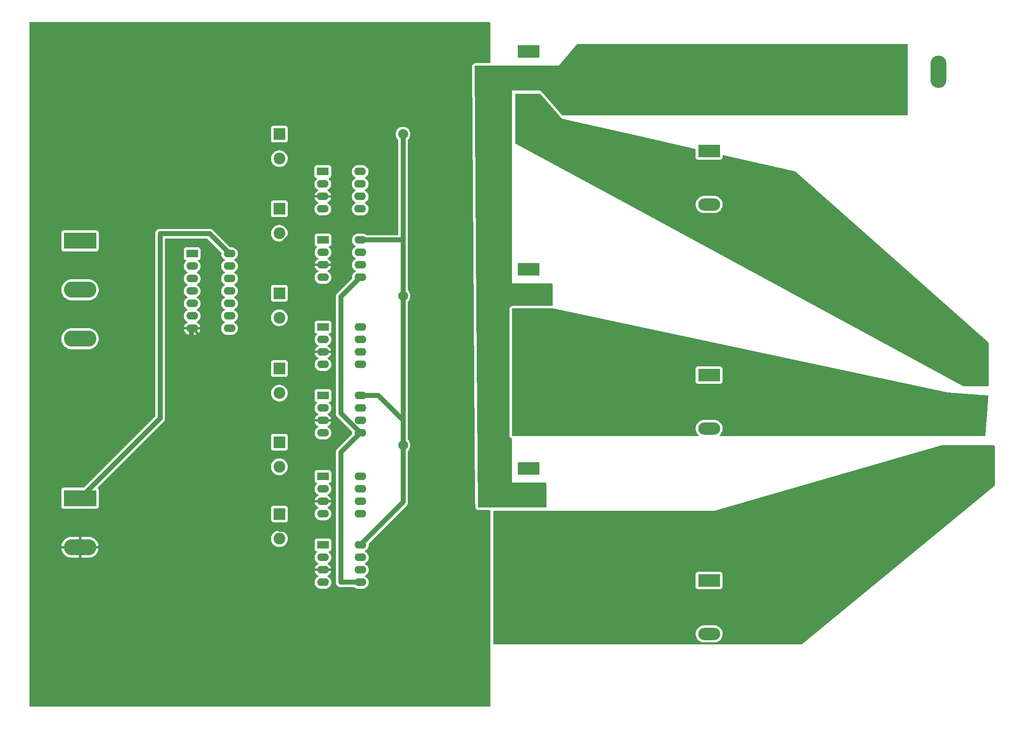
<source format=gbr>
%TF.GenerationSoftware,KiCad,Pcbnew,7.0.1*%
%TF.CreationDate,2023-04-13T18:21:32+09:00*%
%TF.ProjectId,motor_driver,6d6f746f-725f-4647-9269-7665722e6b69,rev?*%
%TF.SameCoordinates,Original*%
%TF.FileFunction,Copper,L1,Top*%
%TF.FilePolarity,Positive*%
%FSLAX46Y46*%
G04 Gerber Fmt 4.6, Leading zero omitted, Abs format (unit mm)*
G04 Created by KiCad (PCBNEW 7.0.1) date 2023-04-13 18:21:32*
%MOMM*%
%LPD*%
G01*
G04 APERTURE LIST*
%TA.AperFunction,ComponentPad*%
%ADD10R,2.400000X1.600000*%
%TD*%
%TA.AperFunction,ComponentPad*%
%ADD11O,2.400000X1.600000*%
%TD*%
%TA.AperFunction,ComponentPad*%
%ADD12R,2.400000X2.400000*%
%TD*%
%TA.AperFunction,ComponentPad*%
%ADD13C,2.400000*%
%TD*%
%TA.AperFunction,ComponentPad*%
%ADD14R,4.500000X2.500000*%
%TD*%
%TA.AperFunction,ComponentPad*%
%ADD15O,4.500000X2.500000*%
%TD*%
%TA.AperFunction,ComponentPad*%
%ADD16R,6.600000X3.300000*%
%TD*%
%TA.AperFunction,ComponentPad*%
%ADD17O,6.600000X3.300000*%
%TD*%
%TA.AperFunction,ComponentPad*%
%ADD18R,3.300000X6.600000*%
%TD*%
%TA.AperFunction,ComponentPad*%
%ADD19O,3.300000X6.600000*%
%TD*%
%TA.AperFunction,ViaPad*%
%ADD20C,2.000000*%
%TD*%
%TA.AperFunction,Conductor*%
%ADD21C,2.000000*%
%TD*%
%TA.AperFunction,Conductor*%
%ADD22C,1.000000*%
%TD*%
%TA.AperFunction,Conductor*%
%ADD23C,0.500000*%
%TD*%
G04 APERTURE END LIST*
D10*
%TO.P,U8,1,NC*%
%TO.N,unconnected-(U8-NC-Pad1)*%
X89080000Y-109220000D03*
D11*
%TO.P,U8,2,A*%
%TO.N,Net-(U8-A)*%
X89080000Y-111760000D03*
%TO.P,U8,3,C*%
%TO.N,GNDD*%
X89080000Y-114300000D03*
%TO.P,U8,4,NC*%
%TO.N,unconnected-(U8-NC-Pad4)*%
X89080000Y-116840000D03*
%TO.P,U8,5,VEE*%
%TO.N,Net-(D8-A1)*%
X96700000Y-116840000D03*
%TO.P,U8,6,VO*%
%TO.N,Net-(R21-Pad1)*%
X96700000Y-114300000D03*
%TO.P,U8,7,VO*%
X96700000Y-111760000D03*
%TO.P,U8,8,VCC*%
%TO.N,Net-(D3-K)*%
X96700000Y-109220000D03*
%TD*%
D10*
%TO.P,U9,1,NC*%
%TO.N,unconnected-(U9-NC-Pad1)*%
X89080000Y-123190000D03*
D11*
%TO.P,U9,2,A*%
%TO.N,Net-(U9-A)*%
X89080000Y-125730000D03*
%TO.P,U9,3,C*%
%TO.N,GNDD*%
X89080000Y-128270000D03*
%TO.P,U9,4,NC*%
%TO.N,unconnected-(U9-NC-Pad4)*%
X89080000Y-130810000D03*
%TO.P,U9,5,VEE*%
%TO.N,GND*%
X96700000Y-130810000D03*
%TO.P,U9,6,VO*%
%TO.N,Net-(R22-Pad1)*%
X96700000Y-128270000D03*
%TO.P,U9,7,VO*%
X96700000Y-125730000D03*
%TO.P,U9,8,VCC*%
%TO.N,+15V*%
X96700000Y-123190000D03*
%TD*%
D12*
%TO.P,C8,1*%
%TO.N,+15V*%
X80190000Y-87211000D03*
D13*
%TO.P,C8,2*%
%TO.N,GND*%
X80190000Y-92211000D03*
%TD*%
D14*
%TO.P,Q2,1,G*%
%TO.N,Net-(D5-A2)*%
X167820000Y-42810000D03*
D15*
%TO.P,Q2,2,C*%
%TO.N,Net-(D4-A1)*%
X167820000Y-48260000D03*
%TO.P,Q2,3,E*%
%TO.N,GND*%
X167820000Y-53710000D03*
%TD*%
D14*
%TO.P,Q6,1,G*%
%TO.N,Net-(D9-A2)*%
X167820000Y-130440000D03*
D15*
%TO.P,Q6,2,C*%
%TO.N,Net-(D8-A1)*%
X167820000Y-135890000D03*
%TO.P,Q6,3,E*%
%TO.N,GND*%
X167820000Y-141340000D03*
%TD*%
D14*
%TO.P,Q5,1,G*%
%TO.N,Net-(D8-A2)*%
X130990000Y-107580000D03*
D15*
%TO.P,Q5,2,C*%
%TO.N,+VDC*%
X130990000Y-113030000D03*
%TO.P,Q5,3,E*%
%TO.N,Net-(D8-A1)*%
X130990000Y-118480000D03*
%TD*%
D12*
%TO.P,C7,1*%
%TO.N,Net-(D2-K)*%
X80190000Y-71835000D03*
D13*
%TO.P,C7,2*%
%TO.N,Net-(D6-A1)*%
X80190000Y-76835000D03*
%TD*%
D16*
%TO.P,J2,1,Pin_1*%
%TO.N,S1*%
X39550000Y-61120000D03*
D17*
%TO.P,J2,2,Pin_2*%
%TO.N,S3*%
X39550000Y-71120000D03*
%TO.P,J2,3,Pin_3*%
%TO.N,S5*%
X39550000Y-81120000D03*
%TD*%
D12*
%TO.P,C3,1*%
%TO.N,Net-(D1-K)*%
X80190000Y-39370000D03*
D13*
%TO.P,C3,2*%
%TO.N,Net-(D4-A1)*%
X80190000Y-44370000D03*
%TD*%
D14*
%TO.P,Q3,1,G*%
%TO.N,Net-(D6-A2)*%
X130990000Y-66940000D03*
D15*
%TO.P,Q3,2,C*%
%TO.N,+VDC*%
X130990000Y-72390000D03*
%TO.P,Q3,3,E*%
%TO.N,Net-(D6-A1)*%
X130990000Y-77840000D03*
%TD*%
D10*
%TO.P,U6,1,NC*%
%TO.N,unconnected-(U6-NC-Pad1)*%
X89080000Y-78740000D03*
D11*
%TO.P,U6,2,A*%
%TO.N,Net-(U6-A)*%
X89080000Y-81280000D03*
%TO.P,U6,3,C*%
%TO.N,GNDD*%
X89080000Y-83820000D03*
%TO.P,U6,4,NC*%
%TO.N,unconnected-(U6-NC-Pad4)*%
X89080000Y-86360000D03*
%TO.P,U6,5,VEE*%
%TO.N,Net-(D6-A1)*%
X96700000Y-86360000D03*
%TO.P,U6,6,VO*%
%TO.N,Net-(R15-Pad1)*%
X96700000Y-83820000D03*
%TO.P,U6,7,VO*%
X96700000Y-81280000D03*
%TO.P,U6,8,VCC*%
%TO.N,Net-(D2-K)*%
X96700000Y-78740000D03*
%TD*%
D10*
%TO.P,U7,1,NC*%
%TO.N,unconnected-(U7-NC-Pad1)*%
X89080000Y-92710000D03*
D11*
%TO.P,U7,2,A*%
%TO.N,Net-(U7-A)*%
X89080000Y-95250000D03*
%TO.P,U7,3,C*%
%TO.N,GNDD*%
X89080000Y-97790000D03*
%TO.P,U7,4,NC*%
%TO.N,unconnected-(U7-NC-Pad4)*%
X89080000Y-100330000D03*
%TO.P,U7,5,VEE*%
%TO.N,GND*%
X96700000Y-100330000D03*
%TO.P,U7,6,VO*%
%TO.N,Net-(R16-Pad1)*%
X96700000Y-97790000D03*
%TO.P,U7,7,VO*%
X96700000Y-95250000D03*
%TO.P,U7,8,VCC*%
%TO.N,+15V*%
X96700000Y-92710000D03*
%TD*%
D14*
%TO.P,Q4,1,G*%
%TO.N,Net-(D7-A2)*%
X167820000Y-88530000D03*
D15*
%TO.P,Q4,2,C*%
%TO.N,Net-(D6-A1)*%
X167820000Y-93980000D03*
%TO.P,Q4,3,E*%
%TO.N,GND*%
X167820000Y-99430000D03*
%TD*%
D18*
%TO.P,J1,1,Pin_1*%
%TO.N,+VDC*%
X204550000Y-26670000D03*
D19*
%TO.P,J1,2,Pin_2*%
%TO.N,GND*%
X214550000Y-26670000D03*
%TD*%
D10*
%TO.P,U5,1,NC*%
%TO.N,unconnected-(U5-NC-Pad1)*%
X89080000Y-60960000D03*
D11*
%TO.P,U5,2,A*%
%TO.N,Net-(U5-A)*%
X89080000Y-63500000D03*
%TO.P,U5,3,C*%
%TO.N,GNDD*%
X89080000Y-66040000D03*
%TO.P,U5,4,NC*%
%TO.N,unconnected-(U5-NC-Pad4)*%
X89080000Y-68580000D03*
%TO.P,U5,5,VEE*%
%TO.N,GND*%
X96700000Y-68580000D03*
%TO.P,U5,6,VO*%
%TO.N,Net-(R10-Pad1)*%
X96700000Y-66040000D03*
%TO.P,U5,7,VO*%
X96700000Y-63500000D03*
%TO.P,U5,8,VCC*%
%TO.N,+15V*%
X96700000Y-60960000D03*
%TD*%
D10*
%TO.P,U4,1,NC*%
%TO.N,unconnected-(U4-NC-Pad1)*%
X89065000Y-47000000D03*
D11*
%TO.P,U4,2,A*%
%TO.N,Net-(U4-A)*%
X89065000Y-49540000D03*
%TO.P,U4,3,C*%
%TO.N,GNDD*%
X89065000Y-52080000D03*
%TO.P,U4,4,NC*%
%TO.N,unconnected-(U4-NC-Pad4)*%
X89065000Y-54620000D03*
%TO.P,U4,5,VEE*%
%TO.N,Net-(D4-A1)*%
X96685000Y-54620000D03*
%TO.P,U4,6,VO*%
%TO.N,Net-(R9-Pad1)*%
X96685000Y-52080000D03*
%TO.P,U4,7,VO*%
X96685000Y-49540000D03*
%TO.P,U4,8,VCC*%
%TO.N,Net-(D1-K)*%
X96685000Y-47000000D03*
%TD*%
D16*
%TO.P,J3,1,Pin_1*%
%TO.N,Net-(J3-Pin_1)*%
X39550000Y-113665000D03*
D17*
%TO.P,J3,2,Pin_2*%
%TO.N,GNDD*%
X39550000Y-123665000D03*
%TD*%
D12*
%TO.P,C11,1*%
%TO.N,Net-(D3-K)*%
X80190000Y-102235000D03*
D13*
%TO.P,C11,2*%
%TO.N,Net-(D8-A1)*%
X80190000Y-107235000D03*
%TD*%
D12*
%TO.P,C4,1*%
%TO.N,+15V*%
X80190000Y-116920000D03*
D13*
%TO.P,C4,2*%
%TO.N,GND*%
X80190000Y-121920000D03*
%TD*%
D12*
%TO.P,C12,1*%
%TO.N,+15V*%
X80190000Y-54610000D03*
D13*
%TO.P,C12,2*%
%TO.N,GND*%
X80190000Y-59610000D03*
%TD*%
D16*
%TO.P,J8,1,Pin_1*%
%TO.N,Net-(D4-A1)*%
X219710000Y-86520000D03*
D17*
%TO.P,J8,2,Pin_2*%
%TO.N,Net-(D6-A1)*%
X219710000Y-96520000D03*
%TO.P,J8,3,Pin_3*%
%TO.N,Net-(D8-A1)*%
X219710000Y-106520000D03*
%TD*%
D14*
%TO.P,Q1,1,G*%
%TO.N,Net-(D4-A2)*%
X130990000Y-22490000D03*
D15*
%TO.P,Q1,2,C*%
%TO.N,+VDC*%
X130990000Y-27940000D03*
%TO.P,Q1,3,E*%
%TO.N,Net-(D4-A1)*%
X130990000Y-33390000D03*
%TD*%
D10*
%TO.P,U1,1*%
%TO.N,S1*%
X62410000Y-63754000D03*
D11*
%TO.P,U1,2*%
%TO.N,S2*%
X62410000Y-66294000D03*
%TO.P,U1,3*%
%TO.N,S3*%
X62410000Y-68834000D03*
%TO.P,U1,4*%
%TO.N,S4*%
X62410000Y-71374000D03*
%TO.P,U1,5*%
%TO.N,S5*%
X62410000Y-73914000D03*
%TO.P,U1,6*%
%TO.N,S6*%
X62410000Y-76454000D03*
%TO.P,U1,7,GND*%
%TO.N,GNDD*%
X62410000Y-78994000D03*
%TO.P,U1,8*%
%TO.N,unconnected-(U1-Pad8)*%
X70030000Y-78994000D03*
%TO.P,U1,9*%
%TO.N,unconnected-(U1-Pad9)*%
X70030000Y-76454000D03*
%TO.P,U1,10*%
%TO.N,unconnected-(U1-Pad10)*%
X70030000Y-73914000D03*
%TO.P,U1,11*%
%TO.N,unconnected-(U1-Pad11)*%
X70030000Y-71374000D03*
%TO.P,U1,12*%
%TO.N,unconnected-(U1-Pad12)*%
X70030000Y-68834000D03*
%TO.P,U1,13*%
%TO.N,unconnected-(U1-Pad13)*%
X70030000Y-66294000D03*
%TO.P,U1,14,VCC*%
%TO.N,Net-(J3-Pin_1)*%
X70030000Y-63754000D03*
%TD*%
D20*
%TO.N,+15V*%
X105410000Y-102870000D03*
X105410000Y-72390000D03*
X105410000Y-39370000D03*
%TO.N,GNDD*%
X52070000Y-120650000D03*
%TD*%
D21*
%TO.N,Net-(D4-A1)*%
X145860000Y-48260000D02*
X130990000Y-33390000D01*
X181450000Y-48260000D02*
X167820000Y-48260000D01*
X167820000Y-48260000D02*
X145860000Y-48260000D01*
X219710000Y-86520000D02*
X181450000Y-48260000D01*
D22*
%TO.N,+15V*%
X100330000Y-60960000D02*
X96700000Y-60960000D01*
X105410000Y-72390000D02*
X105410000Y-60960000D01*
X105410000Y-60960000D02*
X100330000Y-60960000D01*
X105410000Y-39370000D02*
X105410000Y-60960000D01*
X100330000Y-92710000D02*
X96700000Y-92710000D01*
X105410000Y-102870000D02*
X105410000Y-97790000D01*
X105410000Y-114480000D02*
X96700000Y-123190000D01*
X105410000Y-72390000D02*
X105410000Y-97790000D01*
X105410000Y-97790000D02*
X100330000Y-92710000D01*
X105410000Y-102870000D02*
X105410000Y-114480000D01*
%TO.N,GND*%
X92710000Y-130810000D02*
X96700000Y-130810000D01*
X96700000Y-100330000D02*
X92710000Y-104320000D01*
X92710000Y-104320000D02*
X92710000Y-130810000D01*
X92710000Y-72570000D02*
X92710000Y-96340000D01*
X92710000Y-96340000D02*
X96700000Y-100330000D01*
X96700000Y-68580000D02*
X92710000Y-72570000D01*
D21*
%TO.N,Net-(D6-A1)*%
X199390000Y-93980000D02*
X167820000Y-93980000D01*
X201930000Y-96520000D02*
X199390000Y-93980000D01*
X219710000Y-96520000D02*
X201930000Y-96520000D01*
X167820000Y-93980000D02*
X147130000Y-93980000D01*
X147130000Y-93980000D02*
X130990000Y-77840000D01*
%TO.N,Net-(D8-A1)*%
X190500000Y-135730000D02*
X190500000Y-135890000D01*
X219710000Y-106520000D02*
X190500000Y-135730000D01*
X167820000Y-135890000D02*
X148400000Y-135890000D01*
X148400000Y-135890000D02*
X130990000Y-118480000D01*
X190500000Y-135890000D02*
X167820000Y-135890000D01*
D22*
%TO.N,Net-(J3-Pin_1)*%
X55880000Y-59690000D02*
X65966000Y-59690000D01*
X55880000Y-97335000D02*
X55880000Y-59690000D01*
X39550000Y-113665000D02*
X55880000Y-97335000D01*
X65966000Y-59690000D02*
X70030000Y-63754000D01*
D23*
%TO.N,GNDD*%
X73586000Y-90170000D02*
X73660000Y-90096000D01*
X62410000Y-78994000D02*
X73586000Y-90170000D01*
D22*
X62230000Y-110490000D02*
X62230000Y-79174000D01*
D23*
X73586000Y-113616000D02*
X80240000Y-120270000D01*
X89080000Y-66040000D02*
X85090000Y-66040000D01*
X73586000Y-90170000D02*
X73586000Y-113616000D01*
X83440000Y-120270000D02*
X85090000Y-121920000D01*
X85090000Y-97790000D02*
X85090000Y-114300000D01*
X85090000Y-90170000D02*
X85090000Y-97790000D01*
X85090000Y-114300000D02*
X85090000Y-121920000D01*
X85090000Y-66040000D02*
X85090000Y-83820000D01*
X85090000Y-128270000D02*
X89080000Y-128270000D01*
X85090000Y-121920000D02*
X85090000Y-128270000D01*
X73586000Y-90170000D02*
X85090000Y-90170000D01*
X83820000Y-58420000D02*
X83820000Y-64770000D01*
X89065000Y-52080000D02*
X83820000Y-52080000D01*
X80240000Y-120270000D02*
X83440000Y-120270000D01*
X83820000Y-52080000D02*
X83820000Y-58420000D01*
X83820000Y-64770000D02*
X85090000Y-66040000D01*
X85090000Y-114300000D02*
X89080000Y-114300000D01*
X89080000Y-83820000D02*
X85090000Y-83820000D01*
X73660000Y-68580000D02*
X83820000Y-58420000D01*
D22*
X62230000Y-79174000D02*
X62410000Y-78994000D01*
X52070000Y-120650000D02*
X62230000Y-110490000D01*
D23*
X89080000Y-97790000D02*
X85090000Y-97790000D01*
X73660000Y-90096000D02*
X73660000Y-68580000D01*
X85090000Y-83820000D02*
X85090000Y-90170000D01*
D21*
%TO.N,+VDC*%
X123190000Y-29210000D02*
X123190000Y-72390000D01*
X124460000Y-27940000D02*
X123190000Y-29210000D01*
X130990000Y-72390000D02*
X123190000Y-72390000D01*
X123190000Y-113030000D02*
X130990000Y-113030000D01*
X203280000Y-27940000D02*
X130990000Y-27940000D01*
X204550000Y-26670000D02*
X203280000Y-27940000D01*
X123190000Y-72390000D02*
X123190000Y-113030000D01*
X130990000Y-27940000D02*
X124460000Y-27940000D01*
%TD*%
%TA.AperFunction,Conductor*%
%TO.N,GNDD*%
G36*
X123128000Y-16527113D02*
G01*
X123173387Y-16572500D01*
X123190000Y-16634500D01*
X123190000Y-24770500D01*
X123173387Y-24832500D01*
X123128000Y-24877887D01*
X123066000Y-24894500D01*
X120139876Y-24894500D01*
X120008468Y-24911879D01*
X120008464Y-24911879D01*
X120008464Y-24911880D01*
X119946215Y-24928637D01*
X119823847Y-24979577D01*
X119718921Y-25060579D01*
X119673498Y-25106323D01*
X119593244Y-25211808D01*
X119593242Y-25211811D01*
X119593243Y-25211811D01*
X119543166Y-25334534D01*
X119526846Y-25396900D01*
X119510392Y-25528431D01*
X120133948Y-114073308D01*
X120143646Y-115450433D01*
X120161633Y-115580566D01*
X120178536Y-115642200D01*
X120229449Y-115763304D01*
X120229450Y-115763305D01*
X120309852Y-115867201D01*
X120355199Y-115912230D01*
X120459659Y-115991899D01*
X120459660Y-115991899D01*
X120459661Y-115991900D01*
X120581117Y-116041959D01*
X120581118Y-116041959D01*
X120581120Y-116041960D01*
X120642868Y-116058428D01*
X120773130Y-116075500D01*
X120773134Y-116075500D01*
X123066000Y-116075500D01*
X123128000Y-116092113D01*
X123173387Y-116137500D01*
X123190000Y-116199500D01*
X123190000Y-156085500D01*
X123173387Y-156147500D01*
X123128000Y-156192887D01*
X123066000Y-156209500D01*
X29334500Y-156209500D01*
X29272500Y-156192887D01*
X29227113Y-156147500D01*
X29210500Y-156085500D01*
X29210500Y-130810000D01*
X87374531Y-130810000D01*
X87394364Y-131036689D01*
X87453261Y-131256497D01*
X87549432Y-131462735D01*
X87679953Y-131649140D01*
X87840859Y-131810046D01*
X88027264Y-131940567D01*
X88027265Y-131940567D01*
X88027266Y-131940568D01*
X88233504Y-132036739D01*
X88453308Y-132095635D01*
X88538261Y-132103067D01*
X88623214Y-132110500D01*
X88623216Y-132110500D01*
X89536784Y-132110500D01*
X89536786Y-132110500D01*
X89604747Y-132104554D01*
X89706692Y-132095635D01*
X89926496Y-132036739D01*
X90132734Y-131940568D01*
X90319139Y-131810047D01*
X90480047Y-131649139D01*
X90610568Y-131462734D01*
X90706739Y-131256496D01*
X90765635Y-131036692D01*
X90785468Y-130810000D01*
X90765635Y-130583308D01*
X90706739Y-130363504D01*
X90610568Y-130157266D01*
X90480047Y-129970861D01*
X90480046Y-129970859D01*
X90319140Y-129809953D01*
X90132736Y-129679433D01*
X90074725Y-129652382D01*
X90074132Y-129652105D01*
X90021958Y-129606348D01*
X90002539Y-129539723D01*
X90021959Y-129473098D01*
X90074135Y-129427342D01*
X90132479Y-129400135D01*
X90318819Y-129269658D01*
X90479658Y-129108819D01*
X90610134Y-128922480D01*
X90706266Y-128716326D01*
X90758872Y-128520000D01*
X87401128Y-128520000D01*
X87453733Y-128716326D01*
X87549865Y-128922480D01*
X87680341Y-129108819D01*
X87841180Y-129269658D01*
X88027519Y-129400134D01*
X88085865Y-129427342D01*
X88138040Y-129473099D01*
X88157460Y-129539723D01*
X88138041Y-129606348D01*
X88085866Y-129652105D01*
X88027267Y-129679430D01*
X87840859Y-129809953D01*
X87679953Y-129970859D01*
X87549432Y-130157264D01*
X87453261Y-130363502D01*
X87394364Y-130583310D01*
X87374531Y-130810000D01*
X29210500Y-130810000D01*
X29210500Y-123915000D01*
X35764148Y-123915000D01*
X35790049Y-124103449D01*
X35869406Y-124386676D01*
X35986586Y-124656451D01*
X36139409Y-124907758D01*
X36325031Y-125135918D01*
X36539991Y-125336677D01*
X36780280Y-125506292D01*
X37041439Y-125641613D01*
X37318582Y-125740111D01*
X37606553Y-125799951D01*
X37826553Y-125815000D01*
X39300000Y-125815000D01*
X39300000Y-123915000D01*
X39800000Y-123915000D01*
X39800000Y-125815000D01*
X41273447Y-125815000D01*
X41493446Y-125799951D01*
X41781417Y-125740111D01*
X41809869Y-125729999D01*
X87374531Y-125729999D01*
X87394364Y-125956689D01*
X87453261Y-126176497D01*
X87549432Y-126382735D01*
X87679953Y-126569140D01*
X87840859Y-126730046D01*
X88027264Y-126860567D01*
X88027265Y-126860567D01*
X88027266Y-126860568D01*
X88085865Y-126887893D01*
X88138040Y-126933650D01*
X88157460Y-127000274D01*
X88138041Y-127066899D01*
X88085866Y-127112656D01*
X88027522Y-127139863D01*
X87841180Y-127270341D01*
X87680341Y-127431180D01*
X87549865Y-127617519D01*
X87453733Y-127823673D01*
X87401128Y-128019999D01*
X87401128Y-128020000D01*
X90758872Y-128020000D01*
X90758871Y-128019999D01*
X90706266Y-127823673D01*
X90610134Y-127617519D01*
X90479658Y-127431180D01*
X90318819Y-127270341D01*
X90132482Y-127139866D01*
X90074133Y-127112657D01*
X90021958Y-127066899D01*
X90002539Y-127000274D01*
X90021959Y-126933649D01*
X90074134Y-126887893D01*
X90132734Y-126860568D01*
X90319139Y-126730047D01*
X90480047Y-126569139D01*
X90610568Y-126382734D01*
X90706739Y-126176496D01*
X90765635Y-125956692D01*
X90785468Y-125730000D01*
X90765635Y-125503308D01*
X90706739Y-125283504D01*
X90610568Y-125077266D01*
X90491878Y-124907758D01*
X90480046Y-124890859D01*
X90319140Y-124729953D01*
X90294537Y-124712726D01*
X90255399Y-124667884D01*
X90241666Y-124609970D01*
X90256500Y-124552328D01*
X90296485Y-124508239D01*
X90352406Y-124487861D01*
X90387483Y-124484091D01*
X90522331Y-124433796D01*
X90637546Y-124347546D01*
X90723796Y-124232331D01*
X90774091Y-124097483D01*
X90780500Y-124037873D01*
X90780499Y-122342128D01*
X90774091Y-122282517D01*
X90723796Y-122147669D01*
X90637546Y-122032454D01*
X90522331Y-121946204D01*
X90387483Y-121895909D01*
X90327873Y-121889500D01*
X90327869Y-121889500D01*
X87832130Y-121889500D01*
X87772515Y-121895909D01*
X87637669Y-121946204D01*
X87522454Y-122032454D01*
X87436204Y-122147668D01*
X87385909Y-122282516D01*
X87379500Y-122342130D01*
X87379500Y-124037869D01*
X87385909Y-124097483D01*
X87436204Y-124232331D01*
X87522454Y-124347546D01*
X87637669Y-124433796D01*
X87772517Y-124484091D01*
X87807594Y-124487862D01*
X87863513Y-124508239D01*
X87903497Y-124552327D01*
X87918332Y-124609968D01*
X87904600Y-124667881D01*
X87865464Y-124712724D01*
X87840860Y-124729952D01*
X87679953Y-124890859D01*
X87549432Y-125077264D01*
X87453261Y-125283502D01*
X87394364Y-125503310D01*
X87374531Y-125729999D01*
X41809869Y-125729999D01*
X42058560Y-125641613D01*
X42319719Y-125506292D01*
X42560008Y-125336677D01*
X42774968Y-125135918D01*
X42960590Y-124907758D01*
X43113413Y-124656451D01*
X43230593Y-124386676D01*
X43309950Y-124103449D01*
X43335852Y-123915000D01*
X39800000Y-123915000D01*
X39300000Y-123915000D01*
X35764148Y-123915000D01*
X29210500Y-123915000D01*
X29210500Y-123415000D01*
X35764148Y-123415000D01*
X39300000Y-123415000D01*
X39300000Y-121515000D01*
X39800000Y-121515000D01*
X39800000Y-123415000D01*
X43335852Y-123415000D01*
X43335851Y-123414999D01*
X43309950Y-123226550D01*
X43230593Y-122943323D01*
X43113413Y-122673548D01*
X42960590Y-122422241D01*
X42774968Y-122194081D01*
X42560008Y-121993322D01*
X42456133Y-121919999D01*
X78484731Y-121919999D01*
X78503777Y-122174154D01*
X78560492Y-122422637D01*
X78653608Y-122659891D01*
X78701881Y-122743502D01*
X78781041Y-122880612D01*
X78939950Y-123079877D01*
X79126783Y-123253232D01*
X79337366Y-123396805D01*
X79566996Y-123507389D01*
X79810542Y-123582513D01*
X80062565Y-123620500D01*
X80317435Y-123620500D01*
X80569458Y-123582513D01*
X80813004Y-123507389D01*
X81042634Y-123396805D01*
X81253217Y-123253232D01*
X81440050Y-123079877D01*
X81598959Y-122880612D01*
X81726393Y-122659888D01*
X81819508Y-122422637D01*
X81876222Y-122174157D01*
X81895268Y-121920000D01*
X81892982Y-121889501D01*
X81876222Y-121665845D01*
X81876222Y-121665843D01*
X81819508Y-121417363D01*
X81726393Y-121180112D01*
X81598959Y-120959388D01*
X81440050Y-120760123D01*
X81253217Y-120586768D01*
X81042634Y-120443195D01*
X80813004Y-120332611D01*
X80569458Y-120257487D01*
X80317435Y-120219500D01*
X80062565Y-120219500D01*
X79810542Y-120257487D01*
X79566996Y-120332611D01*
X79337366Y-120443195D01*
X79232074Y-120514981D01*
X79126781Y-120586769D01*
X78939950Y-120760123D01*
X78781038Y-120959392D01*
X78653608Y-121180108D01*
X78560492Y-121417362D01*
X78503777Y-121665845D01*
X78484731Y-121919999D01*
X42456133Y-121919999D01*
X42319719Y-121823707D01*
X42058560Y-121688386D01*
X41781417Y-121589888D01*
X41493446Y-121530048D01*
X41273447Y-121515000D01*
X39800000Y-121515000D01*
X39300000Y-121515000D01*
X37826553Y-121515000D01*
X37606553Y-121530048D01*
X37318582Y-121589888D01*
X37041439Y-121688386D01*
X36780280Y-121823707D01*
X36539991Y-121993322D01*
X36325031Y-122194081D01*
X36139409Y-122422241D01*
X35986586Y-122673548D01*
X35869406Y-122943323D01*
X35790049Y-123226550D01*
X35764148Y-123414999D01*
X35764148Y-123415000D01*
X29210500Y-123415000D01*
X29210500Y-118167869D01*
X78489500Y-118167869D01*
X78495909Y-118227483D01*
X78546204Y-118362331D01*
X78632454Y-118477546D01*
X78747669Y-118563796D01*
X78882517Y-118614091D01*
X78942127Y-118620500D01*
X81437872Y-118620499D01*
X81497483Y-118614091D01*
X81632331Y-118563796D01*
X81747546Y-118477546D01*
X81833796Y-118362331D01*
X81884091Y-118227483D01*
X81890500Y-118167873D01*
X81890499Y-116839999D01*
X87374531Y-116839999D01*
X87394364Y-117066689D01*
X87453261Y-117286497D01*
X87549432Y-117492735D01*
X87679953Y-117679140D01*
X87840859Y-117840046D01*
X88027264Y-117970567D01*
X88027265Y-117970567D01*
X88027266Y-117970568D01*
X88233504Y-118066739D01*
X88453308Y-118125635D01*
X88538261Y-118133067D01*
X88623214Y-118140500D01*
X88623216Y-118140500D01*
X89536784Y-118140500D01*
X89536786Y-118140500D01*
X89604747Y-118134553D01*
X89706692Y-118125635D01*
X89926496Y-118066739D01*
X90132734Y-117970568D01*
X90319139Y-117840047D01*
X90480047Y-117679139D01*
X90610568Y-117492734D01*
X90706739Y-117286496D01*
X90765635Y-117066692D01*
X90785468Y-116840000D01*
X90765635Y-116613308D01*
X90706739Y-116393504D01*
X90610568Y-116187266D01*
X90532309Y-116075500D01*
X90480046Y-116000859D01*
X90319140Y-115839953D01*
X90132736Y-115709433D01*
X90074723Y-115682381D01*
X90074132Y-115682105D01*
X90021958Y-115636348D01*
X90002539Y-115569723D01*
X90021959Y-115503098D01*
X90074135Y-115457342D01*
X90132479Y-115430135D01*
X90318819Y-115299658D01*
X90479658Y-115138819D01*
X90610134Y-114952480D01*
X90706266Y-114746326D01*
X90758872Y-114550000D01*
X87401128Y-114550000D01*
X87453733Y-114746326D01*
X87549865Y-114952480D01*
X87680341Y-115138819D01*
X87841180Y-115299658D01*
X88027519Y-115430134D01*
X88085865Y-115457342D01*
X88138040Y-115503099D01*
X88157460Y-115569723D01*
X88138041Y-115636348D01*
X88085866Y-115682105D01*
X88027267Y-115709430D01*
X87840859Y-115839953D01*
X87679953Y-116000859D01*
X87549432Y-116187264D01*
X87453261Y-116393502D01*
X87394364Y-116613310D01*
X87374531Y-116839999D01*
X81890499Y-116839999D01*
X81890499Y-115672128D01*
X81884091Y-115612517D01*
X81833796Y-115477669D01*
X81747546Y-115362454D01*
X81632331Y-115276204D01*
X81497483Y-115225909D01*
X81437873Y-115219500D01*
X81437869Y-115219500D01*
X78942130Y-115219500D01*
X78882515Y-115225909D01*
X78747669Y-115276204D01*
X78632454Y-115362454D01*
X78546204Y-115477668D01*
X78495909Y-115612516D01*
X78489500Y-115672130D01*
X78489500Y-118167869D01*
X29210500Y-118167869D01*
X29210500Y-115362869D01*
X35749500Y-115362869D01*
X35755909Y-115422484D01*
X35769013Y-115457616D01*
X35806204Y-115557331D01*
X35892454Y-115672546D01*
X36007669Y-115758796D01*
X36142517Y-115809091D01*
X36202127Y-115815500D01*
X42897872Y-115815499D01*
X42957483Y-115809091D01*
X43092331Y-115758796D01*
X43207546Y-115672546D01*
X43293796Y-115557331D01*
X43344091Y-115422483D01*
X43350500Y-115362873D01*
X43350499Y-111967128D01*
X43344091Y-111907517D01*
X43293796Y-111772669D01*
X43284311Y-111759999D01*
X87374531Y-111759999D01*
X87394364Y-111986689D01*
X87453261Y-112206497D01*
X87549432Y-112412735D01*
X87679953Y-112599140D01*
X87840859Y-112760046D01*
X88027264Y-112890567D01*
X88027265Y-112890567D01*
X88027266Y-112890568D01*
X88085865Y-112917893D01*
X88138040Y-112963650D01*
X88157460Y-113030274D01*
X88138041Y-113096899D01*
X88085866Y-113142656D01*
X88027522Y-113169863D01*
X87841180Y-113300341D01*
X87680341Y-113461180D01*
X87549865Y-113647519D01*
X87453733Y-113853673D01*
X87401128Y-114049999D01*
X87401128Y-114050000D01*
X90758872Y-114050000D01*
X90758871Y-114049999D01*
X90706266Y-113853673D01*
X90610134Y-113647519D01*
X90479658Y-113461180D01*
X90318819Y-113300341D01*
X90132482Y-113169866D01*
X90074133Y-113142657D01*
X90021958Y-113096899D01*
X90002539Y-113030274D01*
X90021959Y-112963649D01*
X90074134Y-112917893D01*
X90132734Y-112890568D01*
X90319139Y-112760047D01*
X90480047Y-112599139D01*
X90610568Y-112412734D01*
X90706739Y-112206496D01*
X90765635Y-111986692D01*
X90785468Y-111760000D01*
X90765635Y-111533308D01*
X90706739Y-111313504D01*
X90610568Y-111107266D01*
X90480047Y-110920861D01*
X90480046Y-110920859D01*
X90319140Y-110759953D01*
X90294537Y-110742726D01*
X90255399Y-110697884D01*
X90241666Y-110639970D01*
X90256500Y-110582328D01*
X90296485Y-110538239D01*
X90352406Y-110517861D01*
X90387483Y-110514091D01*
X90522331Y-110463796D01*
X90637546Y-110377546D01*
X90723796Y-110262331D01*
X90774091Y-110127483D01*
X90780500Y-110067873D01*
X90780499Y-108372128D01*
X90774091Y-108312517D01*
X90723796Y-108177669D01*
X90637546Y-108062454D01*
X90522331Y-107976204D01*
X90387483Y-107925909D01*
X90327873Y-107919500D01*
X90327869Y-107919500D01*
X87832130Y-107919500D01*
X87772515Y-107925909D01*
X87637669Y-107976204D01*
X87522454Y-108062454D01*
X87436204Y-108177668D01*
X87385909Y-108312516D01*
X87379500Y-108372130D01*
X87379500Y-110067869D01*
X87385909Y-110127483D01*
X87436204Y-110262331D01*
X87522454Y-110377546D01*
X87637669Y-110463796D01*
X87772517Y-110514091D01*
X87807594Y-110517862D01*
X87863513Y-110538239D01*
X87903497Y-110582327D01*
X87918332Y-110639968D01*
X87904600Y-110697881D01*
X87865464Y-110742724D01*
X87840860Y-110759952D01*
X87679953Y-110920859D01*
X87549432Y-111107264D01*
X87453261Y-111313502D01*
X87394364Y-111533310D01*
X87374531Y-111759999D01*
X43284311Y-111759999D01*
X43207546Y-111657454D01*
X43187664Y-111642570D01*
X43145795Y-111586636D01*
X43140811Y-111516945D01*
X43174294Y-111455625D01*
X47394919Y-107235000D01*
X78484731Y-107235000D01*
X78503777Y-107489154D01*
X78560492Y-107737637D01*
X78653608Y-107974891D01*
X78719738Y-108089432D01*
X78781041Y-108195612D01*
X78939950Y-108394877D01*
X79126783Y-108568232D01*
X79337366Y-108711805D01*
X79566996Y-108822389D01*
X79810542Y-108897513D01*
X80062565Y-108935500D01*
X80317435Y-108935500D01*
X80569458Y-108897513D01*
X80813004Y-108822389D01*
X81042634Y-108711805D01*
X81253217Y-108568232D01*
X81440050Y-108394877D01*
X81598959Y-108195612D01*
X81726393Y-107974888D01*
X81819508Y-107737637D01*
X81876222Y-107489157D01*
X81895268Y-107235000D01*
X81876222Y-106980843D01*
X81819508Y-106732363D01*
X81726393Y-106495112D01*
X81598959Y-106274388D01*
X81440050Y-106075123D01*
X81253217Y-105901768D01*
X81042634Y-105758195D01*
X80813004Y-105647611D01*
X80569458Y-105572487D01*
X80317435Y-105534500D01*
X80062565Y-105534500D01*
X79810542Y-105572487D01*
X79566996Y-105647611D01*
X79337366Y-105758195D01*
X79232074Y-105829981D01*
X79126781Y-105901769D01*
X78939950Y-106075123D01*
X78781038Y-106274392D01*
X78653608Y-106495108D01*
X78560492Y-106732362D01*
X78503777Y-106980845D01*
X78484731Y-107235000D01*
X47394919Y-107235000D01*
X50284442Y-104345477D01*
X91704663Y-104345477D01*
X91708506Y-104375651D01*
X91709500Y-104391317D01*
X91709500Y-130781500D01*
X91709341Y-130787779D01*
X91705631Y-130860937D01*
X91716720Y-130933324D01*
X91717514Y-130939554D01*
X91724926Y-131012440D01*
X91729749Y-131027812D01*
X91734003Y-131046143D01*
X91736444Y-131062071D01*
X91736445Y-131062073D01*
X91761882Y-131130759D01*
X91763911Y-131136696D01*
X91785841Y-131206588D01*
X91793659Y-131220674D01*
X91801518Y-131237779D01*
X91807112Y-131252884D01*
X91845864Y-131315055D01*
X91849051Y-131320470D01*
X91884591Y-131384502D01*
X91895076Y-131396715D01*
X91906224Y-131411896D01*
X91914747Y-131425571D01*
X91965220Y-131478668D01*
X91969431Y-131483329D01*
X92017134Y-131538895D01*
X92029874Y-131548756D01*
X92043842Y-131561377D01*
X92054942Y-131573054D01*
X92115050Y-131614890D01*
X92120116Y-131618610D01*
X92178037Y-131663445D01*
X92178040Y-131663446D01*
X92178042Y-131663448D01*
X92192509Y-131670544D01*
X92208733Y-131680095D01*
X92221949Y-131689294D01*
X92221950Y-131689294D01*
X92221951Y-131689295D01*
X92289263Y-131718181D01*
X92294962Y-131720800D01*
X92360727Y-131753060D01*
X92376311Y-131757094D01*
X92394136Y-131763186D01*
X92408942Y-131769540D01*
X92408945Y-131769540D01*
X92408946Y-131769541D01*
X92435887Y-131775076D01*
X92480700Y-131784285D01*
X92486779Y-131785695D01*
X92557715Y-131804063D01*
X92573807Y-131804879D01*
X92592483Y-131807258D01*
X92608258Y-131810500D01*
X92608259Y-131810500D01*
X92681499Y-131810500D01*
X92687778Y-131810658D01*
X92712842Y-131811930D01*
X92760935Y-131814369D01*
X92760935Y-131814368D01*
X92760936Y-131814369D01*
X92776857Y-131811929D01*
X92795635Y-131810500D01*
X95422412Y-131810500D01*
X95459699Y-131816239D01*
X95493533Y-131832924D01*
X95647266Y-131940568D01*
X95853504Y-132036739D01*
X96073308Y-132095635D01*
X96158261Y-132103067D01*
X96243214Y-132110500D01*
X96243216Y-132110500D01*
X97156784Y-132110500D01*
X97156786Y-132110500D01*
X97224747Y-132104554D01*
X97326692Y-132095635D01*
X97546496Y-132036739D01*
X97752734Y-131940568D01*
X97939139Y-131810047D01*
X98100047Y-131649139D01*
X98230568Y-131462734D01*
X98326739Y-131256496D01*
X98385635Y-131036692D01*
X98405468Y-130810000D01*
X98385635Y-130583308D01*
X98326739Y-130363504D01*
X98230568Y-130157266D01*
X98100047Y-129970861D01*
X98100046Y-129970859D01*
X97939140Y-129809953D01*
X97752733Y-129679431D01*
X97694725Y-129652382D01*
X97642549Y-129606625D01*
X97623129Y-129540000D01*
X97642549Y-129473375D01*
X97694725Y-129427618D01*
X97695317Y-129427342D01*
X97752734Y-129400568D01*
X97939139Y-129270047D01*
X98100047Y-129109139D01*
X98230568Y-128922734D01*
X98326739Y-128716496D01*
X98385635Y-128496692D01*
X98405468Y-128270000D01*
X98385635Y-128043308D01*
X98326739Y-127823504D01*
X98230568Y-127617266D01*
X98100270Y-127431180D01*
X98100046Y-127430859D01*
X97939140Y-127269953D01*
X97752736Y-127139433D01*
X97694723Y-127112381D01*
X97642548Y-127066623D01*
X97623129Y-126999997D01*
X97642549Y-126933372D01*
X97694721Y-126887619D01*
X97752734Y-126860568D01*
X97939139Y-126730047D01*
X98100047Y-126569139D01*
X98230568Y-126382734D01*
X98326739Y-126176496D01*
X98385635Y-125956692D01*
X98405468Y-125730000D01*
X98385635Y-125503308D01*
X98326739Y-125283504D01*
X98230568Y-125077266D01*
X98111878Y-124907758D01*
X98100046Y-124890859D01*
X97939140Y-124729953D01*
X97752733Y-124599431D01*
X97694725Y-124572382D01*
X97642549Y-124526625D01*
X97623129Y-124460000D01*
X97642549Y-124393375D01*
X97694725Y-124347618D01*
X97752734Y-124320568D01*
X97939139Y-124190047D01*
X98100047Y-124029139D01*
X98230568Y-123842734D01*
X98326739Y-123636496D01*
X98385635Y-123416692D01*
X98405468Y-123190000D01*
X98405468Y-123189999D01*
X98387133Y-122980427D01*
X98394139Y-122927210D01*
X98422978Y-122881941D01*
X106107389Y-115197529D01*
X106109559Y-115195413D01*
X106173053Y-115135059D01*
X106206759Y-115086630D01*
X106212428Y-115079113D01*
X106249698Y-115033407D01*
X106263783Y-115006439D01*
X106271918Y-114993015D01*
X106278373Y-114983740D01*
X106289295Y-114968049D01*
X106312568Y-114913815D01*
X106316588Y-114905350D01*
X106343909Y-114853049D01*
X106352275Y-114823808D01*
X106357539Y-114809019D01*
X106369540Y-114781058D01*
X106381417Y-114723256D01*
X106383652Y-114714148D01*
X106399886Y-114657418D01*
X106402196Y-114627078D01*
X106404376Y-114611540D01*
X106410500Y-114581742D01*
X106410500Y-114522756D01*
X106410858Y-114513341D01*
X106411154Y-114509449D01*
X106415337Y-114454524D01*
X106411494Y-114424348D01*
X106410500Y-114408683D01*
X106410500Y-104047027D01*
X106418983Y-104001952D01*
X106443268Y-103963046D01*
X106598164Y-103794785D01*
X106734173Y-103586607D01*
X106834063Y-103358881D01*
X106895108Y-103117821D01*
X106915643Y-102870000D01*
X106895108Y-102622179D01*
X106834063Y-102381119D01*
X106734173Y-102153393D01*
X106598164Y-101945215D01*
X106443268Y-101776953D01*
X106418983Y-101738048D01*
X106410500Y-101692973D01*
X106410500Y-97804279D01*
X106410540Y-97801137D01*
X106412757Y-97713640D01*
X106412756Y-97713639D01*
X106412757Y-97713637D01*
X106412444Y-97711894D01*
X106410500Y-97690019D01*
X106410500Y-73567027D01*
X106418983Y-73521952D01*
X106443268Y-73483046D01*
X106598164Y-73314785D01*
X106734173Y-73106607D01*
X106834063Y-72878881D01*
X106895108Y-72637821D01*
X106915643Y-72390000D01*
X106895108Y-72142179D01*
X106834063Y-71901119D01*
X106734173Y-71673393D01*
X106598164Y-71465215D01*
X106443268Y-71296953D01*
X106418983Y-71258048D01*
X106410500Y-71212973D01*
X106410500Y-60988501D01*
X106410659Y-60982220D01*
X106414369Y-60909064D01*
X106411930Y-60893144D01*
X106410500Y-60874365D01*
X106410500Y-40547027D01*
X106418983Y-40501952D01*
X106443268Y-40463046D01*
X106598164Y-40294785D01*
X106734173Y-40086607D01*
X106834063Y-39858881D01*
X106895108Y-39617821D01*
X106915643Y-39370000D01*
X106895108Y-39122179D01*
X106834063Y-38881119D01*
X106734173Y-38653393D01*
X106598164Y-38445215D01*
X106429744Y-38262262D01*
X106407612Y-38245036D01*
X106233514Y-38109529D01*
X106233510Y-38109526D01*
X106233509Y-38109526D01*
X106014810Y-37991172D01*
X106014806Y-37991170D01*
X106014805Y-37991170D01*
X105779615Y-37910429D01*
X105534335Y-37869500D01*
X105285665Y-37869500D01*
X105040384Y-37910429D01*
X104805194Y-37991170D01*
X104586485Y-38109529D01*
X104390259Y-38262259D01*
X104221837Y-38445214D01*
X104085825Y-38653395D01*
X103985938Y-38881117D01*
X103924891Y-39122183D01*
X103904356Y-39369999D01*
X103924891Y-39617816D01*
X103924891Y-39617819D01*
X103924892Y-39617821D01*
X103985937Y-39858881D01*
X104030960Y-39961523D01*
X104085825Y-40086604D01*
X104085827Y-40086607D01*
X104221836Y-40294785D01*
X104376731Y-40463046D01*
X104401017Y-40501952D01*
X104409500Y-40547027D01*
X104409500Y-59835500D01*
X104392887Y-59897500D01*
X104347500Y-59942887D01*
X104285500Y-59959500D01*
X100431741Y-59959500D01*
X97977588Y-59959500D01*
X97940301Y-59953761D01*
X97906465Y-59937075D01*
X97878750Y-59917669D01*
X97752734Y-59829432D01*
X97637367Y-59775635D01*
X97546497Y-59733261D01*
X97326689Y-59674364D01*
X97156786Y-59659500D01*
X97156784Y-59659500D01*
X96243216Y-59659500D01*
X96243214Y-59659500D01*
X96073310Y-59674364D01*
X95853502Y-59733261D01*
X95647264Y-59829432D01*
X95460859Y-59959953D01*
X95299953Y-60120859D01*
X95169432Y-60307264D01*
X95073261Y-60513502D01*
X95014364Y-60733310D01*
X94994531Y-60959999D01*
X95014364Y-61186689D01*
X95073261Y-61406497D01*
X95169432Y-61612735D01*
X95299953Y-61799140D01*
X95460859Y-61960046D01*
X95521249Y-62002331D01*
X95647266Y-62090568D01*
X95705275Y-62117618D01*
X95757450Y-62163375D01*
X95776869Y-62230000D01*
X95757450Y-62296625D01*
X95705275Y-62342382D01*
X95647263Y-62369433D01*
X95460859Y-62499953D01*
X95299953Y-62660859D01*
X95169432Y-62847264D01*
X95073261Y-63053502D01*
X95014364Y-63273310D01*
X94994531Y-63499999D01*
X95014364Y-63726689D01*
X95073261Y-63946497D01*
X95169432Y-64152735D01*
X95299953Y-64339140D01*
X95460859Y-64500046D01*
X95593811Y-64593139D01*
X95647266Y-64630568D01*
X95705275Y-64657618D01*
X95757450Y-64703375D01*
X95776869Y-64770000D01*
X95757450Y-64836625D01*
X95705275Y-64882382D01*
X95647263Y-64909433D01*
X95460859Y-65039953D01*
X95299953Y-65200859D01*
X95169432Y-65387264D01*
X95073261Y-65593502D01*
X95014364Y-65813310D01*
X94994531Y-66040000D01*
X95014364Y-66266689D01*
X95073261Y-66486497D01*
X95169432Y-66692735D01*
X95299953Y-66879140D01*
X95460859Y-67040046D01*
X95647263Y-67170566D01*
X95647266Y-67170568D01*
X95704683Y-67197342D01*
X95705275Y-67197618D01*
X95757450Y-67243375D01*
X95776869Y-67310000D01*
X95757450Y-67376625D01*
X95705275Y-67422382D01*
X95647263Y-67449433D01*
X95460859Y-67579953D01*
X95299953Y-67740859D01*
X95169432Y-67927264D01*
X95073261Y-68133502D01*
X95014364Y-68353310D01*
X94994531Y-68580000D01*
X95012866Y-68789570D01*
X95005860Y-68842788D01*
X94977019Y-68888058D01*
X92012646Y-71852432D01*
X92010399Y-71854623D01*
X91946948Y-71914939D01*
X91913244Y-71963362D01*
X91907573Y-71970882D01*
X91870301Y-72016593D01*
X91856210Y-72043566D01*
X91848082Y-72056983D01*
X91830705Y-72081950D01*
X91807439Y-72136165D01*
X91803399Y-72144671D01*
X91776090Y-72196952D01*
X91767720Y-72226201D01*
X91762459Y-72240978D01*
X91750460Y-72268942D01*
X91738587Y-72326713D01*
X91736342Y-72335860D01*
X91720113Y-72392580D01*
X91717802Y-72422925D01*
X91715622Y-72438466D01*
X91709500Y-72468259D01*
X91709500Y-72527242D01*
X91709142Y-72536656D01*
X91704663Y-72595477D01*
X91708506Y-72625651D01*
X91709500Y-72641317D01*
X91709500Y-96325721D01*
X91709460Y-96328863D01*
X91707242Y-96416362D01*
X91717648Y-96474420D01*
X91718957Y-96483749D01*
X91724926Y-96542438D01*
X91734033Y-96571467D01*
X91737772Y-96586702D01*
X91743141Y-96616652D01*
X91765020Y-96671425D01*
X91768180Y-96680300D01*
X91785841Y-96736588D01*
X91800607Y-96763191D01*
X91807337Y-96777364D01*
X91818622Y-96805617D01*
X91851080Y-96854867D01*
X91855961Y-96862923D01*
X91884590Y-96914501D01*
X91904404Y-96937581D01*
X91913856Y-96950116D01*
X91930599Y-96975520D01*
X91972300Y-97017221D01*
X91978705Y-97024132D01*
X92017134Y-97068896D01*
X92041193Y-97087519D01*
X92052972Y-97097893D01*
X94977019Y-100021939D01*
X95005860Y-100067209D01*
X95012866Y-100120427D01*
X94994531Y-100329999D01*
X95012866Y-100539570D01*
X95005860Y-100592788D01*
X94977019Y-100638058D01*
X92012646Y-103602432D01*
X92010399Y-103604623D01*
X91946948Y-103664939D01*
X91913244Y-103713362D01*
X91907573Y-103720882D01*
X91870301Y-103766593D01*
X91856210Y-103793566D01*
X91848082Y-103806983D01*
X91830705Y-103831950D01*
X91807439Y-103886165D01*
X91803399Y-103894671D01*
X91776090Y-103946952D01*
X91767720Y-103976201D01*
X91762459Y-103990978D01*
X91750460Y-104018942D01*
X91738587Y-104076713D01*
X91736342Y-104085860D01*
X91720113Y-104142580D01*
X91717802Y-104172925D01*
X91715622Y-104188466D01*
X91709500Y-104218259D01*
X91709500Y-104277242D01*
X91709142Y-104286656D01*
X91704663Y-104345477D01*
X50284442Y-104345477D01*
X51147050Y-103482869D01*
X78489500Y-103482869D01*
X78495909Y-103542484D01*
X78518684Y-103603547D01*
X78546204Y-103677331D01*
X78632454Y-103792546D01*
X78747669Y-103878796D01*
X78882517Y-103929091D01*
X78942127Y-103935500D01*
X81437872Y-103935499D01*
X81497483Y-103929091D01*
X81632331Y-103878796D01*
X81747546Y-103792546D01*
X81833796Y-103677331D01*
X81884091Y-103542483D01*
X81890500Y-103482873D01*
X81890499Y-100987128D01*
X81884091Y-100927517D01*
X81833796Y-100792669D01*
X81747546Y-100677454D01*
X81632331Y-100591204D01*
X81497483Y-100540909D01*
X81437873Y-100534500D01*
X81437869Y-100534500D01*
X78942130Y-100534500D01*
X78882515Y-100540909D01*
X78747669Y-100591204D01*
X78632454Y-100677454D01*
X78546204Y-100792668D01*
X78495909Y-100927515D01*
X78495909Y-100927517D01*
X78489973Y-100982734D01*
X78489500Y-100987130D01*
X78489500Y-103482869D01*
X51147050Y-103482869D01*
X54299919Y-100330000D01*
X87374531Y-100330000D01*
X87394364Y-100556689D01*
X87453261Y-100776497D01*
X87549432Y-100982735D01*
X87679953Y-101169140D01*
X87840859Y-101330046D01*
X88027264Y-101460567D01*
X88027265Y-101460567D01*
X88027266Y-101460568D01*
X88233504Y-101556739D01*
X88453308Y-101615635D01*
X88538262Y-101623067D01*
X88623214Y-101630500D01*
X88623216Y-101630500D01*
X89536784Y-101630500D01*
X89536786Y-101630500D01*
X89604747Y-101624554D01*
X89706692Y-101615635D01*
X89926496Y-101556739D01*
X90132734Y-101460568D01*
X90319139Y-101330047D01*
X90480047Y-101169139D01*
X90610568Y-100982734D01*
X90706739Y-100776496D01*
X90765635Y-100556692D01*
X90785468Y-100330000D01*
X90765635Y-100103308D01*
X90706739Y-99883504D01*
X90610568Y-99677266D01*
X90480047Y-99490861D01*
X90480046Y-99490859D01*
X90319140Y-99329953D01*
X90132736Y-99199433D01*
X90074721Y-99172380D01*
X90074132Y-99172105D01*
X90021958Y-99126348D01*
X90002539Y-99059723D01*
X90021959Y-98993098D01*
X90074135Y-98947342D01*
X90132479Y-98920135D01*
X90318819Y-98789658D01*
X90479658Y-98628819D01*
X90610134Y-98442480D01*
X90706266Y-98236326D01*
X90758872Y-98040000D01*
X87401128Y-98040000D01*
X87453733Y-98236326D01*
X87549865Y-98442480D01*
X87680341Y-98628819D01*
X87841180Y-98789658D01*
X88027519Y-98920134D01*
X88085865Y-98947342D01*
X88138040Y-98993099D01*
X88157460Y-99059723D01*
X88138041Y-99126348D01*
X88085866Y-99172105D01*
X88027267Y-99199430D01*
X87840859Y-99329953D01*
X87679953Y-99490859D01*
X87549432Y-99677264D01*
X87453261Y-99883502D01*
X87394364Y-100103310D01*
X87374531Y-100330000D01*
X54299919Y-100330000D01*
X56577409Y-98052510D01*
X56579579Y-98050394D01*
X56643053Y-97990059D01*
X56676763Y-97941624D01*
X56682405Y-97934141D01*
X56719697Y-97888408D01*
X56733786Y-97861433D01*
X56741908Y-97848027D01*
X56759295Y-97823049D01*
X56782568Y-97768815D01*
X56786590Y-97760346D01*
X56813909Y-97708049D01*
X56819068Y-97690019D01*
X56822275Y-97678808D01*
X56827539Y-97664019D01*
X56839540Y-97636058D01*
X56851417Y-97578256D01*
X56853652Y-97569148D01*
X56869886Y-97512418D01*
X56872196Y-97482078D01*
X56874376Y-97466540D01*
X56880500Y-97436742D01*
X56880500Y-97377756D01*
X56880858Y-97368341D01*
X56882749Y-97343502D01*
X56885337Y-97309524D01*
X56881494Y-97279348D01*
X56880500Y-97263683D01*
X56880500Y-95250000D01*
X87374531Y-95250000D01*
X87394364Y-95476689D01*
X87453261Y-95696497D01*
X87549432Y-95902735D01*
X87679953Y-96089140D01*
X87840859Y-96250046D01*
X88027264Y-96380567D01*
X88027265Y-96380567D01*
X88027266Y-96380568D01*
X88085865Y-96407893D01*
X88138040Y-96453650D01*
X88157460Y-96520274D01*
X88138041Y-96586899D01*
X88085866Y-96632656D01*
X88027522Y-96659863D01*
X87841180Y-96790341D01*
X87680341Y-96951180D01*
X87549865Y-97137519D01*
X87453733Y-97343673D01*
X87401128Y-97539999D01*
X87401128Y-97540000D01*
X90758872Y-97540000D01*
X90758871Y-97539999D01*
X90706266Y-97343673D01*
X90610134Y-97137519D01*
X90479658Y-96951180D01*
X90318819Y-96790341D01*
X90132482Y-96659866D01*
X90074133Y-96632657D01*
X90021958Y-96586899D01*
X90002539Y-96520274D01*
X90021959Y-96453649D01*
X90074134Y-96407893D01*
X90132734Y-96380568D01*
X90319139Y-96250047D01*
X90480047Y-96089139D01*
X90610568Y-95902734D01*
X90706739Y-95696496D01*
X90765635Y-95476692D01*
X90785468Y-95250000D01*
X90765635Y-95023308D01*
X90706739Y-94803504D01*
X90610568Y-94597266D01*
X90480047Y-94410861D01*
X90480046Y-94410859D01*
X90319140Y-94249953D01*
X90294537Y-94232726D01*
X90255399Y-94187884D01*
X90241666Y-94129970D01*
X90256500Y-94072328D01*
X90296485Y-94028239D01*
X90352406Y-94007861D01*
X90387483Y-94004091D01*
X90522331Y-93953796D01*
X90637546Y-93867546D01*
X90723796Y-93752331D01*
X90774091Y-93617483D01*
X90780500Y-93557873D01*
X90780499Y-91862128D01*
X90774091Y-91802517D01*
X90723796Y-91667669D01*
X90637546Y-91552454D01*
X90522331Y-91466204D01*
X90387483Y-91415909D01*
X90327873Y-91409500D01*
X90327869Y-91409500D01*
X87832130Y-91409500D01*
X87772515Y-91415909D01*
X87637669Y-91466204D01*
X87522454Y-91552454D01*
X87436204Y-91667668D01*
X87385909Y-91802516D01*
X87379500Y-91862130D01*
X87379500Y-93557869D01*
X87385909Y-93617483D01*
X87436204Y-93752331D01*
X87522454Y-93867546D01*
X87637669Y-93953796D01*
X87772517Y-94004091D01*
X87807594Y-94007862D01*
X87863513Y-94028239D01*
X87903497Y-94072327D01*
X87918332Y-94129968D01*
X87904600Y-94187881D01*
X87865464Y-94232724D01*
X87840860Y-94249952D01*
X87679953Y-94410859D01*
X87549432Y-94597264D01*
X87453261Y-94803502D01*
X87394364Y-95023310D01*
X87374531Y-95250000D01*
X56880500Y-95250000D01*
X56880500Y-92210999D01*
X78484731Y-92210999D01*
X78503777Y-92465154D01*
X78560492Y-92713637D01*
X78653608Y-92950891D01*
X78772314Y-93156496D01*
X78781041Y-93171612D01*
X78939950Y-93370877D01*
X79126783Y-93544232D01*
X79337366Y-93687805D01*
X79566996Y-93798389D01*
X79810542Y-93873513D01*
X80062565Y-93911500D01*
X80317435Y-93911500D01*
X80569458Y-93873513D01*
X80813004Y-93798389D01*
X81042634Y-93687805D01*
X81253217Y-93544232D01*
X81440050Y-93370877D01*
X81598959Y-93171612D01*
X81726393Y-92950888D01*
X81819508Y-92713637D01*
X81876222Y-92465157D01*
X81895268Y-92211000D01*
X81876222Y-91956843D01*
X81819508Y-91708363D01*
X81726393Y-91471112D01*
X81723559Y-91466204D01*
X81598961Y-91250392D01*
X81598959Y-91250388D01*
X81440050Y-91051123D01*
X81253217Y-90877768D01*
X81042634Y-90734195D01*
X80813004Y-90623611D01*
X80569458Y-90548487D01*
X80317435Y-90510500D01*
X80062565Y-90510500D01*
X79810542Y-90548487D01*
X79566996Y-90623611D01*
X79337366Y-90734195D01*
X79232074Y-90805981D01*
X79126781Y-90877769D01*
X78939950Y-91051123D01*
X78781038Y-91250392D01*
X78653608Y-91471108D01*
X78560492Y-91708362D01*
X78503777Y-91956845D01*
X78484731Y-92210999D01*
X56880500Y-92210999D01*
X56880500Y-88458869D01*
X78489500Y-88458869D01*
X78495909Y-88518483D01*
X78546204Y-88653331D01*
X78632454Y-88768546D01*
X78747669Y-88854796D01*
X78882517Y-88905091D01*
X78942127Y-88911500D01*
X81437872Y-88911499D01*
X81497483Y-88905091D01*
X81632331Y-88854796D01*
X81747546Y-88768546D01*
X81833796Y-88653331D01*
X81884091Y-88518483D01*
X81890500Y-88458873D01*
X81890499Y-86360000D01*
X87374531Y-86360000D01*
X87394364Y-86586689D01*
X87453261Y-86806497D01*
X87549432Y-87012735D01*
X87679953Y-87199140D01*
X87840859Y-87360046D01*
X88027264Y-87490567D01*
X88027265Y-87490567D01*
X88027266Y-87490568D01*
X88233504Y-87586739D01*
X88453308Y-87645635D01*
X88538261Y-87653067D01*
X88623214Y-87660500D01*
X88623216Y-87660500D01*
X89536784Y-87660500D01*
X89536786Y-87660500D01*
X89604747Y-87654554D01*
X89706692Y-87645635D01*
X89926496Y-87586739D01*
X90132734Y-87490568D01*
X90319139Y-87360047D01*
X90480047Y-87199139D01*
X90610568Y-87012734D01*
X90706739Y-86806496D01*
X90765635Y-86586692D01*
X90785468Y-86360000D01*
X90765635Y-86133308D01*
X90706739Y-85913504D01*
X90610568Y-85707266D01*
X90512496Y-85567204D01*
X90480046Y-85520859D01*
X90319140Y-85359953D01*
X90132736Y-85229433D01*
X90074725Y-85202382D01*
X90074132Y-85202105D01*
X90021958Y-85156348D01*
X90002539Y-85089723D01*
X90021959Y-85023098D01*
X90074135Y-84977342D01*
X90132479Y-84950135D01*
X90318819Y-84819658D01*
X90479658Y-84658819D01*
X90610134Y-84472480D01*
X90706266Y-84266326D01*
X90758872Y-84070000D01*
X87401128Y-84070000D01*
X87453733Y-84266326D01*
X87549865Y-84472480D01*
X87680341Y-84658819D01*
X87841180Y-84819658D01*
X88027519Y-84950134D01*
X88085865Y-84977342D01*
X88138040Y-85023099D01*
X88157460Y-85089723D01*
X88138041Y-85156348D01*
X88085866Y-85202105D01*
X88027267Y-85229430D01*
X87840859Y-85359953D01*
X87679953Y-85520859D01*
X87549432Y-85707264D01*
X87453261Y-85913502D01*
X87394364Y-86133310D01*
X87374531Y-86360000D01*
X81890499Y-86360000D01*
X81890499Y-85963128D01*
X81884091Y-85903517D01*
X81833796Y-85768669D01*
X81747546Y-85653454D01*
X81632331Y-85567204D01*
X81497483Y-85516909D01*
X81437873Y-85510500D01*
X81437869Y-85510500D01*
X78942130Y-85510500D01*
X78882515Y-85516909D01*
X78747669Y-85567204D01*
X78632454Y-85653454D01*
X78546204Y-85768668D01*
X78495909Y-85903516D01*
X78489500Y-85963130D01*
X78489500Y-88458869D01*
X56880500Y-88458869D01*
X56880500Y-81280000D01*
X87374531Y-81280000D01*
X87394364Y-81506689D01*
X87453261Y-81726497D01*
X87549432Y-81932735D01*
X87679953Y-82119140D01*
X87840859Y-82280046D01*
X88027264Y-82410567D01*
X88027265Y-82410567D01*
X88027266Y-82410568D01*
X88085865Y-82437893D01*
X88138040Y-82483650D01*
X88157460Y-82550274D01*
X88138041Y-82616899D01*
X88085866Y-82662656D01*
X88027522Y-82689863D01*
X87841180Y-82820341D01*
X87680341Y-82981180D01*
X87549865Y-83167519D01*
X87453733Y-83373673D01*
X87401128Y-83569999D01*
X87401128Y-83570000D01*
X90758872Y-83570000D01*
X90758871Y-83569999D01*
X90706266Y-83373673D01*
X90610134Y-83167519D01*
X90479658Y-82981180D01*
X90318819Y-82820341D01*
X90132482Y-82689866D01*
X90074133Y-82662657D01*
X90021958Y-82616899D01*
X90002539Y-82550274D01*
X90021959Y-82483649D01*
X90074134Y-82437893D01*
X90132734Y-82410568D01*
X90319139Y-82280047D01*
X90480047Y-82119139D01*
X90610568Y-81932734D01*
X90706739Y-81726496D01*
X90765635Y-81506692D01*
X90785468Y-81280000D01*
X90765635Y-81053308D01*
X90706739Y-80833504D01*
X90610568Y-80627266D01*
X90480047Y-80440861D01*
X90480046Y-80440859D01*
X90319140Y-80279953D01*
X90294537Y-80262726D01*
X90255399Y-80217884D01*
X90241666Y-80159970D01*
X90256500Y-80102328D01*
X90296485Y-80058239D01*
X90352406Y-80037861D01*
X90387483Y-80034091D01*
X90522331Y-79983796D01*
X90637546Y-79897546D01*
X90723796Y-79782331D01*
X90774091Y-79647483D01*
X90780500Y-79587873D01*
X90780499Y-77892128D01*
X90774091Y-77832517D01*
X90723796Y-77697669D01*
X90637546Y-77582454D01*
X90522331Y-77496204D01*
X90387483Y-77445909D01*
X90327873Y-77439500D01*
X90327869Y-77439500D01*
X87832130Y-77439500D01*
X87772515Y-77445909D01*
X87637669Y-77496204D01*
X87522454Y-77582454D01*
X87436204Y-77697668D01*
X87385909Y-77832515D01*
X87385909Y-77832517D01*
X87382539Y-77863866D01*
X87379500Y-77892130D01*
X87379500Y-79587869D01*
X87385909Y-79647484D01*
X87411056Y-79714907D01*
X87436204Y-79782331D01*
X87522454Y-79897546D01*
X87637669Y-79983796D01*
X87772517Y-80034091D01*
X87807594Y-80037862D01*
X87863513Y-80058239D01*
X87903497Y-80102327D01*
X87918332Y-80159968D01*
X87904600Y-80217881D01*
X87865464Y-80262724D01*
X87840860Y-80279952D01*
X87679953Y-80440859D01*
X87549432Y-80627264D01*
X87453261Y-80833502D01*
X87394364Y-81053310D01*
X87374531Y-81280000D01*
X56880500Y-81280000D01*
X56880500Y-79244000D01*
X60731128Y-79244000D01*
X60783733Y-79440326D01*
X60879865Y-79646480D01*
X61010341Y-79832819D01*
X61171180Y-79993658D01*
X61357519Y-80124134D01*
X61563673Y-80220266D01*
X61783397Y-80279141D01*
X61953235Y-80294000D01*
X62160000Y-80294000D01*
X62160000Y-79244000D01*
X62660000Y-79244000D01*
X62660000Y-80294000D01*
X62866765Y-80294000D01*
X63036602Y-80279141D01*
X63256326Y-80220266D01*
X63462480Y-80124134D01*
X63648819Y-79993658D01*
X63809658Y-79832819D01*
X63940134Y-79646480D01*
X64036266Y-79440326D01*
X64088872Y-79244000D01*
X62660000Y-79244000D01*
X62160000Y-79244000D01*
X60731128Y-79244000D01*
X56880500Y-79244000D01*
X56880500Y-76454000D01*
X60704531Y-76454000D01*
X60724364Y-76680689D01*
X60783261Y-76900497D01*
X60879432Y-77106735D01*
X61009953Y-77293140D01*
X61170859Y-77454046D01*
X61357264Y-77584567D01*
X61357265Y-77584567D01*
X61357266Y-77584568D01*
X61415865Y-77611893D01*
X61468040Y-77657650D01*
X61487460Y-77724274D01*
X61468041Y-77790899D01*
X61415866Y-77836656D01*
X61357522Y-77863863D01*
X61171180Y-77994341D01*
X61010341Y-78155180D01*
X60879865Y-78341519D01*
X60783733Y-78547673D01*
X60731128Y-78743999D01*
X60731128Y-78744000D01*
X64088872Y-78744000D01*
X64088871Y-78743999D01*
X64036266Y-78547673D01*
X63940134Y-78341519D01*
X63809658Y-78155180D01*
X63648819Y-77994341D01*
X63462482Y-77863866D01*
X63404133Y-77836657D01*
X63351958Y-77790899D01*
X63332539Y-77724274D01*
X63351959Y-77657649D01*
X63404134Y-77611893D01*
X63462734Y-77584568D01*
X63649139Y-77454047D01*
X63810047Y-77293139D01*
X63940568Y-77106734D01*
X64036739Y-76900496D01*
X64095635Y-76680692D01*
X64115468Y-76454000D01*
X64095635Y-76227308D01*
X64036739Y-76007504D01*
X63940568Y-75801266D01*
X63810047Y-75614861D01*
X63810046Y-75614859D01*
X63649140Y-75453953D01*
X63462732Y-75323430D01*
X63404724Y-75296380D01*
X63352549Y-75250623D01*
X63333130Y-75183997D01*
X63352550Y-75117373D01*
X63404721Y-75071619D01*
X63462734Y-75044568D01*
X63649139Y-74914047D01*
X63810047Y-74753139D01*
X63940568Y-74566734D01*
X64036739Y-74360496D01*
X64095635Y-74140692D01*
X64115468Y-73914000D01*
X64095635Y-73687308D01*
X64036739Y-73467504D01*
X63940568Y-73261266D01*
X63936494Y-73255448D01*
X63810046Y-73074859D01*
X63649140Y-72913953D01*
X63462733Y-72783431D01*
X63404725Y-72756382D01*
X63352549Y-72710625D01*
X63333129Y-72644000D01*
X63352549Y-72577375D01*
X63404725Y-72531618D01*
X63462734Y-72504568D01*
X63649139Y-72374047D01*
X63810047Y-72213139D01*
X63940568Y-72026734D01*
X64036739Y-71820496D01*
X64095635Y-71600692D01*
X64115468Y-71374000D01*
X64095635Y-71147308D01*
X64036739Y-70927504D01*
X63940568Y-70721266D01*
X63912685Y-70681445D01*
X63810046Y-70534859D01*
X63649140Y-70373953D01*
X63462733Y-70243431D01*
X63404725Y-70216382D01*
X63352549Y-70170625D01*
X63333129Y-70104000D01*
X63352549Y-70037375D01*
X63404725Y-69991618D01*
X63462734Y-69964568D01*
X63649139Y-69834047D01*
X63810047Y-69673139D01*
X63940568Y-69486734D01*
X64036739Y-69280496D01*
X64095635Y-69060692D01*
X64115468Y-68834000D01*
X64095635Y-68607308D01*
X64036739Y-68387504D01*
X63940568Y-68181266D01*
X63810047Y-67994861D01*
X63810046Y-67994859D01*
X63649140Y-67833953D01*
X63462733Y-67703431D01*
X63404725Y-67676382D01*
X63352549Y-67630625D01*
X63333129Y-67564000D01*
X63352549Y-67497375D01*
X63404725Y-67451618D01*
X63409415Y-67449431D01*
X63462734Y-67424568D01*
X63649139Y-67294047D01*
X63810047Y-67133139D01*
X63940568Y-66946734D01*
X64036739Y-66740496D01*
X64095635Y-66520692D01*
X64115468Y-66294000D01*
X64095635Y-66067308D01*
X64036739Y-65847504D01*
X63940568Y-65641266D01*
X63907243Y-65593673D01*
X63810046Y-65454859D01*
X63649140Y-65293953D01*
X63624537Y-65276726D01*
X63585399Y-65231884D01*
X63571666Y-65173970D01*
X63586500Y-65116328D01*
X63626485Y-65072239D01*
X63682406Y-65051861D01*
X63717483Y-65048091D01*
X63852331Y-64997796D01*
X63967546Y-64911546D01*
X64053796Y-64796331D01*
X64104091Y-64661483D01*
X64110500Y-64601873D01*
X64110499Y-62906128D01*
X64104091Y-62846517D01*
X64053796Y-62711669D01*
X63967546Y-62596454D01*
X63852331Y-62510204D01*
X63717483Y-62459909D01*
X63657873Y-62453500D01*
X63657869Y-62453500D01*
X61162130Y-62453500D01*
X61102515Y-62459909D01*
X60967669Y-62510204D01*
X60852454Y-62596454D01*
X60766204Y-62711668D01*
X60715909Y-62846516D01*
X60709500Y-62906130D01*
X60709500Y-64601869D01*
X60715523Y-64657893D01*
X60715909Y-64661483D01*
X60766204Y-64796331D01*
X60852454Y-64911546D01*
X60967669Y-64997796D01*
X61102517Y-65048091D01*
X61137594Y-65051862D01*
X61193513Y-65072239D01*
X61233497Y-65116327D01*
X61248332Y-65173968D01*
X61234600Y-65231881D01*
X61195464Y-65276724D01*
X61170860Y-65293952D01*
X61009953Y-65454859D01*
X60879432Y-65641264D01*
X60783261Y-65847502D01*
X60724364Y-66067310D01*
X60704531Y-66294000D01*
X60724364Y-66520689D01*
X60783261Y-66740497D01*
X60879432Y-66946735D01*
X61009953Y-67133140D01*
X61170859Y-67294046D01*
X61353748Y-67422105D01*
X61357266Y-67424568D01*
X61410585Y-67449431D01*
X61415275Y-67451618D01*
X61467450Y-67497375D01*
X61486869Y-67564000D01*
X61467450Y-67630625D01*
X61415275Y-67676382D01*
X61357263Y-67703433D01*
X61170859Y-67833953D01*
X61009953Y-67994859D01*
X60879432Y-68181264D01*
X60783261Y-68387502D01*
X60724364Y-68607310D01*
X60704531Y-68834000D01*
X60724364Y-69060689D01*
X60783261Y-69280497D01*
X60879432Y-69486735D01*
X61009953Y-69673140D01*
X61170859Y-69834046D01*
X61357263Y-69964566D01*
X61357266Y-69964568D01*
X61415275Y-69991618D01*
X61467450Y-70037375D01*
X61486869Y-70104000D01*
X61467450Y-70170625D01*
X61415275Y-70216382D01*
X61357263Y-70243433D01*
X61170859Y-70373953D01*
X61009953Y-70534859D01*
X60879432Y-70721264D01*
X60783261Y-70927502D01*
X60724364Y-71147310D01*
X60704531Y-71374000D01*
X60724364Y-71600689D01*
X60783261Y-71820497D01*
X60879432Y-72026735D01*
X61009953Y-72213140D01*
X61170859Y-72374046D01*
X61305411Y-72468259D01*
X61357266Y-72504568D01*
X61415275Y-72531618D01*
X61467450Y-72577375D01*
X61486869Y-72644000D01*
X61467450Y-72710625D01*
X61415275Y-72756382D01*
X61357263Y-72783433D01*
X61170859Y-72913953D01*
X61009953Y-73074859D01*
X60879432Y-73261264D01*
X60783261Y-73467502D01*
X60724364Y-73687310D01*
X60704531Y-73913999D01*
X60724364Y-74140689D01*
X60783261Y-74360497D01*
X60879432Y-74566735D01*
X61009953Y-74753140D01*
X61170859Y-74914046D01*
X61357262Y-75044565D01*
X61357266Y-75044568D01*
X61415273Y-75071617D01*
X61467449Y-75117373D01*
X61486869Y-75183997D01*
X61467451Y-75250622D01*
X61415276Y-75296380D01*
X61357266Y-75323431D01*
X61170859Y-75453953D01*
X61009953Y-75614859D01*
X60879432Y-75801264D01*
X60783261Y-76007502D01*
X60724364Y-76227310D01*
X60704531Y-76454000D01*
X56880500Y-76454000D01*
X56880500Y-60814500D01*
X56897113Y-60752500D01*
X56942500Y-60707113D01*
X57004500Y-60690500D01*
X65500217Y-60690500D01*
X65547670Y-60699939D01*
X65587898Y-60726819D01*
X66951647Y-62090568D01*
X68307019Y-63445939D01*
X68335860Y-63491209D01*
X68342866Y-63544427D01*
X68324531Y-63753999D01*
X68344364Y-63980689D01*
X68403261Y-64200497D01*
X68499432Y-64406735D01*
X68629953Y-64593140D01*
X68790859Y-64754046D01*
X68909187Y-64836899D01*
X68977266Y-64884568D01*
X69035275Y-64911618D01*
X69087450Y-64957375D01*
X69106869Y-65024000D01*
X69087450Y-65090625D01*
X69035275Y-65136382D01*
X68977263Y-65163433D01*
X68790859Y-65293953D01*
X68629953Y-65454859D01*
X68499432Y-65641264D01*
X68403261Y-65847502D01*
X68344364Y-66067310D01*
X68324531Y-66294000D01*
X68344364Y-66520689D01*
X68403261Y-66740497D01*
X68499432Y-66946735D01*
X68629953Y-67133140D01*
X68790859Y-67294046D01*
X68973748Y-67422105D01*
X68977266Y-67424568D01*
X69030585Y-67449431D01*
X69035275Y-67451618D01*
X69087450Y-67497375D01*
X69106869Y-67564000D01*
X69087450Y-67630625D01*
X69035275Y-67676382D01*
X68977263Y-67703433D01*
X68790859Y-67833953D01*
X68629953Y-67994859D01*
X68499432Y-68181264D01*
X68403261Y-68387502D01*
X68344364Y-68607310D01*
X68324531Y-68834000D01*
X68344364Y-69060689D01*
X68403261Y-69280497D01*
X68499432Y-69486735D01*
X68629953Y-69673140D01*
X68790859Y-69834046D01*
X68977263Y-69964566D01*
X68977266Y-69964568D01*
X69035275Y-69991618D01*
X69087450Y-70037375D01*
X69106869Y-70104000D01*
X69087450Y-70170625D01*
X69035275Y-70216382D01*
X68977263Y-70243433D01*
X68790859Y-70373953D01*
X68629953Y-70534859D01*
X68499432Y-70721264D01*
X68403261Y-70927502D01*
X68344364Y-71147310D01*
X68324531Y-71374000D01*
X68344364Y-71600689D01*
X68403261Y-71820497D01*
X68499432Y-72026735D01*
X68629953Y-72213140D01*
X68790859Y-72374046D01*
X68925411Y-72468259D01*
X68977266Y-72504568D01*
X69035275Y-72531618D01*
X69087450Y-72577375D01*
X69106869Y-72644000D01*
X69087450Y-72710625D01*
X69035275Y-72756382D01*
X68977263Y-72783433D01*
X68790859Y-72913953D01*
X68629953Y-73074859D01*
X68499432Y-73261264D01*
X68403261Y-73467502D01*
X68344364Y-73687310D01*
X68324531Y-73913999D01*
X68344364Y-74140689D01*
X68403261Y-74360497D01*
X68499432Y-74566735D01*
X68629953Y-74753140D01*
X68790859Y-74914046D01*
X68977262Y-75044565D01*
X68977266Y-75044568D01*
X69035273Y-75071617D01*
X69087449Y-75117373D01*
X69106869Y-75183997D01*
X69087451Y-75250622D01*
X69035276Y-75296380D01*
X68977266Y-75323431D01*
X68790859Y-75453953D01*
X68629953Y-75614859D01*
X68499432Y-75801264D01*
X68403261Y-76007502D01*
X68344364Y-76227310D01*
X68324531Y-76454000D01*
X68344364Y-76680689D01*
X68403261Y-76900497D01*
X68499432Y-77106735D01*
X68629953Y-77293140D01*
X68790859Y-77454046D01*
X68791315Y-77454365D01*
X68977266Y-77584568D01*
X69030587Y-77609432D01*
X69035275Y-77611618D01*
X69087450Y-77657375D01*
X69106869Y-77724000D01*
X69087450Y-77790625D01*
X69035275Y-77836382D01*
X68977263Y-77863433D01*
X68790859Y-77993953D01*
X68629953Y-78154859D01*
X68499432Y-78341264D01*
X68403261Y-78547502D01*
X68344364Y-78767310D01*
X68324531Y-78994000D01*
X68344364Y-79220689D01*
X68403261Y-79440497D01*
X68499432Y-79646735D01*
X68629953Y-79833140D01*
X68790859Y-79994046D01*
X68977264Y-80124567D01*
X68977265Y-80124567D01*
X68977266Y-80124568D01*
X69183504Y-80220739D01*
X69403308Y-80279635D01*
X69488262Y-80287067D01*
X69573214Y-80294500D01*
X69573216Y-80294500D01*
X70486784Y-80294500D01*
X70486786Y-80294500D01*
X70554747Y-80288554D01*
X70656692Y-80279635D01*
X70876496Y-80220739D01*
X71082734Y-80124568D01*
X71269139Y-79994047D01*
X71430047Y-79833139D01*
X71560568Y-79646734D01*
X71656739Y-79440496D01*
X71715635Y-79220692D01*
X71735468Y-78994000D01*
X71715635Y-78767308D01*
X71656739Y-78547504D01*
X71560568Y-78341266D01*
X71539939Y-78311805D01*
X71430046Y-78154859D01*
X71269140Y-77993953D01*
X71082733Y-77863431D01*
X71024725Y-77836382D01*
X70972549Y-77790625D01*
X70953129Y-77724000D01*
X70972549Y-77657375D01*
X71024725Y-77611618D01*
X71029413Y-77609432D01*
X71082734Y-77584568D01*
X71269139Y-77454047D01*
X71430047Y-77293139D01*
X71560568Y-77106734D01*
X71656739Y-76900496D01*
X71674289Y-76834999D01*
X78484731Y-76834999D01*
X78503777Y-77089154D01*
X78560492Y-77337637D01*
X78653608Y-77574891D01*
X78778162Y-77790625D01*
X78781041Y-77795612D01*
X78939950Y-77994877D01*
X79126783Y-78168232D01*
X79337366Y-78311805D01*
X79566996Y-78422389D01*
X79810542Y-78497513D01*
X80062565Y-78535500D01*
X80317435Y-78535500D01*
X80569458Y-78497513D01*
X80813004Y-78422389D01*
X81042634Y-78311805D01*
X81253217Y-78168232D01*
X81440050Y-77994877D01*
X81598959Y-77795612D01*
X81726393Y-77574888D01*
X81819508Y-77337637D01*
X81876222Y-77089157D01*
X81895268Y-76835000D01*
X81876222Y-76580843D01*
X81819508Y-76332363D01*
X81726393Y-76095112D01*
X81598959Y-75874388D01*
X81440050Y-75675123D01*
X81253217Y-75501768D01*
X81042634Y-75358195D01*
X80813004Y-75247611D01*
X80569458Y-75172487D01*
X80317435Y-75134500D01*
X80062565Y-75134500D01*
X79810542Y-75172487D01*
X79566996Y-75247611D01*
X79337366Y-75358195D01*
X79232074Y-75429981D01*
X79126781Y-75501769D01*
X78939950Y-75675123D01*
X78781038Y-75874392D01*
X78653608Y-76095108D01*
X78560492Y-76332362D01*
X78503777Y-76580845D01*
X78484731Y-76834999D01*
X71674289Y-76834999D01*
X71715635Y-76680692D01*
X71735468Y-76454000D01*
X71715635Y-76227308D01*
X71656739Y-76007504D01*
X71560568Y-75801266D01*
X71430047Y-75614861D01*
X71430046Y-75614859D01*
X71269140Y-75453953D01*
X71082732Y-75323430D01*
X71024724Y-75296380D01*
X70972549Y-75250623D01*
X70953130Y-75183997D01*
X70972550Y-75117373D01*
X71024721Y-75071619D01*
X71082734Y-75044568D01*
X71269139Y-74914047D01*
X71430047Y-74753139D01*
X71560568Y-74566734D01*
X71656739Y-74360496D01*
X71715635Y-74140692D01*
X71735468Y-73914000D01*
X71715635Y-73687308D01*
X71656739Y-73467504D01*
X71560568Y-73261266D01*
X71556494Y-73255448D01*
X71435655Y-73082869D01*
X78489500Y-73082869D01*
X78492052Y-73106604D01*
X78495909Y-73142483D01*
X78546204Y-73277331D01*
X78632454Y-73392546D01*
X78747669Y-73478796D01*
X78882517Y-73529091D01*
X78942127Y-73535500D01*
X81437872Y-73535499D01*
X81497483Y-73529091D01*
X81632331Y-73478796D01*
X81747546Y-73392546D01*
X81833796Y-73277331D01*
X81884091Y-73142483D01*
X81890500Y-73082873D01*
X81890499Y-70587128D01*
X81884091Y-70527517D01*
X81833796Y-70392669D01*
X81747546Y-70277454D01*
X81632331Y-70191204D01*
X81497483Y-70140909D01*
X81437873Y-70134500D01*
X81437869Y-70134500D01*
X78942130Y-70134500D01*
X78882515Y-70140909D01*
X78747669Y-70191204D01*
X78632454Y-70277454D01*
X78546204Y-70392668D01*
X78495909Y-70527516D01*
X78489500Y-70587130D01*
X78489500Y-73082869D01*
X71435655Y-73082869D01*
X71430046Y-73074859D01*
X71269140Y-72913953D01*
X71082733Y-72783431D01*
X71024725Y-72756382D01*
X70972549Y-72710625D01*
X70953129Y-72644000D01*
X70972549Y-72577375D01*
X71024725Y-72531618D01*
X71082734Y-72504568D01*
X71269139Y-72374047D01*
X71430047Y-72213139D01*
X71560568Y-72026734D01*
X71656739Y-71820496D01*
X71715635Y-71600692D01*
X71735468Y-71374000D01*
X71715635Y-71147308D01*
X71656739Y-70927504D01*
X71560568Y-70721266D01*
X71532685Y-70681445D01*
X71430046Y-70534859D01*
X71269140Y-70373953D01*
X71082733Y-70243431D01*
X71024725Y-70216382D01*
X70972549Y-70170625D01*
X70953129Y-70104000D01*
X70972549Y-70037375D01*
X71024725Y-69991618D01*
X71082734Y-69964568D01*
X71269139Y-69834047D01*
X71430047Y-69673139D01*
X71560568Y-69486734D01*
X71656739Y-69280496D01*
X71715635Y-69060692D01*
X71735468Y-68834000D01*
X71715635Y-68607308D01*
X71708318Y-68580000D01*
X87374531Y-68580000D01*
X87394364Y-68806689D01*
X87453261Y-69026497D01*
X87549432Y-69232735D01*
X87679953Y-69419140D01*
X87840859Y-69580046D01*
X88027264Y-69710567D01*
X88027265Y-69710567D01*
X88027266Y-69710568D01*
X88233504Y-69806739D01*
X88453308Y-69865635D01*
X88538262Y-69873067D01*
X88623214Y-69880500D01*
X88623216Y-69880500D01*
X89536784Y-69880500D01*
X89536786Y-69880500D01*
X89604747Y-69874554D01*
X89706692Y-69865635D01*
X89926496Y-69806739D01*
X90132734Y-69710568D01*
X90319139Y-69580047D01*
X90480047Y-69419139D01*
X90610568Y-69232734D01*
X90706739Y-69026496D01*
X90765635Y-68806692D01*
X90785468Y-68580000D01*
X90765635Y-68353308D01*
X90706739Y-68133504D01*
X90610568Y-67927266D01*
X90545230Y-67833953D01*
X90480046Y-67740859D01*
X90319140Y-67579953D01*
X90132736Y-67449433D01*
X90079413Y-67424568D01*
X90074132Y-67422105D01*
X90021958Y-67376348D01*
X90002539Y-67309723D01*
X90021959Y-67243098D01*
X90074135Y-67197342D01*
X90132479Y-67170135D01*
X90318819Y-67039658D01*
X90479658Y-66878819D01*
X90610134Y-66692480D01*
X90706266Y-66486326D01*
X90758872Y-66290000D01*
X87401128Y-66290000D01*
X87453733Y-66486326D01*
X87549865Y-66692480D01*
X87680341Y-66878819D01*
X87841180Y-67039658D01*
X88027519Y-67170134D01*
X88085865Y-67197342D01*
X88138040Y-67243099D01*
X88157460Y-67309723D01*
X88138041Y-67376348D01*
X88085866Y-67422105D01*
X88027267Y-67449430D01*
X87840859Y-67579953D01*
X87679953Y-67740859D01*
X87549432Y-67927264D01*
X87453261Y-68133502D01*
X87394364Y-68353310D01*
X87374531Y-68580000D01*
X71708318Y-68580000D01*
X71656739Y-68387504D01*
X71560568Y-68181266D01*
X71430047Y-67994861D01*
X71430046Y-67994859D01*
X71269140Y-67833953D01*
X71082733Y-67703431D01*
X71024725Y-67676382D01*
X70972549Y-67630625D01*
X70953129Y-67564000D01*
X70972549Y-67497375D01*
X71024725Y-67451618D01*
X71029415Y-67449431D01*
X71082734Y-67424568D01*
X71269139Y-67294047D01*
X71430047Y-67133139D01*
X71560568Y-66946734D01*
X71656739Y-66740496D01*
X71715635Y-66520692D01*
X71735468Y-66294000D01*
X71715635Y-66067308D01*
X71656739Y-65847504D01*
X71560568Y-65641266D01*
X71527243Y-65593673D01*
X71430046Y-65454859D01*
X71269140Y-65293953D01*
X71082733Y-65163431D01*
X71024725Y-65136382D01*
X70972549Y-65090625D01*
X70953129Y-65024000D01*
X70972549Y-64957375D01*
X71024725Y-64911618D01*
X71082734Y-64884568D01*
X71269139Y-64754047D01*
X71430047Y-64593139D01*
X71560568Y-64406734D01*
X71656739Y-64200496D01*
X71715635Y-63980692D01*
X71735468Y-63754000D01*
X71715635Y-63527308D01*
X71708318Y-63499999D01*
X87374531Y-63499999D01*
X87394364Y-63726689D01*
X87453261Y-63946497D01*
X87549432Y-64152735D01*
X87679953Y-64339140D01*
X87840859Y-64500046D01*
X88027264Y-64630567D01*
X88027265Y-64630567D01*
X88027266Y-64630568D01*
X88085865Y-64657893D01*
X88138040Y-64703650D01*
X88157460Y-64770274D01*
X88138041Y-64836899D01*
X88085866Y-64882656D01*
X88027522Y-64909863D01*
X87841180Y-65040341D01*
X87680341Y-65201180D01*
X87549865Y-65387519D01*
X87453733Y-65593673D01*
X87401128Y-65789999D01*
X87401128Y-65790000D01*
X90758872Y-65790000D01*
X90758871Y-65789999D01*
X90706266Y-65593673D01*
X90610134Y-65387519D01*
X90479658Y-65201180D01*
X90318819Y-65040341D01*
X90132482Y-64909866D01*
X90074133Y-64882657D01*
X90021958Y-64836899D01*
X90002539Y-64770274D01*
X90021959Y-64703649D01*
X90074134Y-64657893D01*
X90132734Y-64630568D01*
X90319139Y-64500047D01*
X90480047Y-64339139D01*
X90610568Y-64152734D01*
X90706739Y-63946496D01*
X90765635Y-63726692D01*
X90785468Y-63500000D01*
X90765635Y-63273308D01*
X90706739Y-63053504D01*
X90610568Y-62847266D01*
X90610042Y-62846515D01*
X90480046Y-62660859D01*
X90319140Y-62499953D01*
X90294537Y-62482726D01*
X90255399Y-62437884D01*
X90241666Y-62379970D01*
X90256500Y-62322328D01*
X90296485Y-62278239D01*
X90352406Y-62257861D01*
X90387483Y-62254091D01*
X90522331Y-62203796D01*
X90637546Y-62117546D01*
X90723796Y-62002331D01*
X90774091Y-61867483D01*
X90780500Y-61807873D01*
X90780499Y-60112128D01*
X90774091Y-60052517D01*
X90723796Y-59917669D01*
X90637546Y-59802454D01*
X90522331Y-59716204D01*
X90387483Y-59665909D01*
X90327873Y-59659500D01*
X90327869Y-59659500D01*
X87832130Y-59659500D01*
X87772515Y-59665909D01*
X87637669Y-59716204D01*
X87522454Y-59802454D01*
X87436204Y-59917668D01*
X87385909Y-60052516D01*
X87379500Y-60112130D01*
X87379500Y-61807869D01*
X87385909Y-61867483D01*
X87436204Y-62002331D01*
X87522454Y-62117546D01*
X87637669Y-62203796D01*
X87772517Y-62254091D01*
X87807594Y-62257862D01*
X87863513Y-62278239D01*
X87903497Y-62322327D01*
X87918332Y-62379968D01*
X87904600Y-62437881D01*
X87865464Y-62482724D01*
X87840860Y-62499952D01*
X87679953Y-62660859D01*
X87549432Y-62847264D01*
X87453261Y-63053502D01*
X87394364Y-63273310D01*
X87374531Y-63499999D01*
X71708318Y-63499999D01*
X71656739Y-63307504D01*
X71560568Y-63101266D01*
X71430047Y-62914861D01*
X71430046Y-62914859D01*
X71269140Y-62753953D01*
X71082735Y-62623432D01*
X70876497Y-62527261D01*
X70656689Y-62468364D01*
X70486786Y-62453500D01*
X70486784Y-62453500D01*
X70195783Y-62453500D01*
X70148330Y-62444061D01*
X70108102Y-62417181D01*
X67300920Y-59610000D01*
X78484731Y-59610000D01*
X78503777Y-59864154D01*
X78560492Y-60112637D01*
X78653608Y-60349891D01*
X78748069Y-60513502D01*
X78781041Y-60570612D01*
X78939950Y-60769877D01*
X79126783Y-60943232D01*
X79337366Y-61086805D01*
X79566996Y-61197389D01*
X79810542Y-61272513D01*
X80062565Y-61310500D01*
X80317435Y-61310500D01*
X80569458Y-61272513D01*
X80813004Y-61197389D01*
X81042634Y-61086805D01*
X81253217Y-60943232D01*
X81440050Y-60769877D01*
X81598959Y-60570612D01*
X81726393Y-60349888D01*
X81819508Y-60112637D01*
X81876222Y-59864157D01*
X81895268Y-59610000D01*
X81876222Y-59355843D01*
X81819508Y-59107363D01*
X81726393Y-58870112D01*
X81723205Y-58864591D01*
X81652359Y-58741880D01*
X81598959Y-58649388D01*
X81440050Y-58450123D01*
X81253217Y-58276768D01*
X81042634Y-58133195D01*
X80813004Y-58022611D01*
X80569458Y-57947487D01*
X80317435Y-57909500D01*
X80062565Y-57909500D01*
X79810542Y-57947487D01*
X79566996Y-58022611D01*
X79337366Y-58133195D01*
X79232074Y-58204981D01*
X79126781Y-58276769D01*
X78939950Y-58450123D01*
X78781038Y-58649392D01*
X78653608Y-58870108D01*
X78560492Y-59107362D01*
X78503777Y-59355845D01*
X78484731Y-59610000D01*
X67300920Y-59610000D01*
X66683567Y-58992647D01*
X66681412Y-58990438D01*
X66621059Y-58926947D01*
X66572640Y-58893246D01*
X66565118Y-58887575D01*
X66563456Y-58886220D01*
X66536931Y-58864591D01*
X66519405Y-58850300D01*
X66492440Y-58836215D01*
X66479019Y-58828084D01*
X66454049Y-58810705D01*
X66454048Y-58810704D01*
X66454046Y-58810703D01*
X66399845Y-58787443D01*
X66391336Y-58783402D01*
X66339053Y-58756092D01*
X66333126Y-58754396D01*
X66309798Y-58747721D01*
X66295020Y-58742459D01*
X66267058Y-58730460D01*
X66209272Y-58718583D01*
X66200128Y-58716338D01*
X66143421Y-58700113D01*
X66113075Y-58697802D01*
X66097534Y-58695622D01*
X66067742Y-58689500D01*
X66067741Y-58689500D01*
X66008758Y-58689500D01*
X65999344Y-58689142D01*
X65990198Y-58688445D01*
X65940524Y-58684663D01*
X65940523Y-58684663D01*
X65910349Y-58688506D01*
X65894683Y-58689500D01*
X55908500Y-58689500D01*
X55902221Y-58689341D01*
X55895819Y-58689016D01*
X55829063Y-58685631D01*
X55829061Y-58685631D01*
X55756676Y-58696719D01*
X55750448Y-58697513D01*
X55677561Y-58704926D01*
X55662189Y-58709749D01*
X55643856Y-58714003D01*
X55627930Y-58716443D01*
X55559246Y-58741880D01*
X55553305Y-58743911D01*
X55483408Y-58765842D01*
X55469322Y-58773660D01*
X55452220Y-58781518D01*
X55437113Y-58787113D01*
X55374957Y-58825854D01*
X55369547Y-58829039D01*
X55305499Y-58864589D01*
X55293283Y-58875077D01*
X55278110Y-58886220D01*
X55264429Y-58894748D01*
X55264427Y-58894749D01*
X55264428Y-58894749D01*
X55211337Y-58945214D01*
X55206680Y-58949422D01*
X55151102Y-58997136D01*
X55141244Y-59009871D01*
X55128631Y-59023833D01*
X55116948Y-59034939D01*
X55075112Y-59095046D01*
X55071395Y-59100107D01*
X55026550Y-59158042D01*
X55019452Y-59172513D01*
X55009907Y-59188729D01*
X55000706Y-59201949D01*
X54971819Y-59269261D01*
X54969197Y-59274966D01*
X54936938Y-59340731D01*
X54932901Y-59356322D01*
X54926814Y-59374131D01*
X54920460Y-59388937D01*
X54905716Y-59460687D01*
X54904296Y-59466806D01*
X54885936Y-59537714D01*
X54885120Y-59553808D01*
X54882742Y-59572475D01*
X54879500Y-59588256D01*
X54879500Y-59661499D01*
X54879341Y-59667780D01*
X54875630Y-59740935D01*
X54878070Y-59756856D01*
X54879500Y-59775635D01*
X54879500Y-96869217D01*
X54870061Y-96916670D01*
X54843181Y-96956898D01*
X40321897Y-111478181D01*
X40281669Y-111505061D01*
X40234216Y-111514500D01*
X36202130Y-111514500D01*
X36142515Y-111520909D01*
X36007669Y-111571204D01*
X35892454Y-111657454D01*
X35806204Y-111772668D01*
X35755909Y-111907516D01*
X35749500Y-111967130D01*
X35749500Y-115362869D01*
X29210500Y-115362869D01*
X29210500Y-81267098D01*
X35749500Y-81267098D01*
X35789559Y-81558553D01*
X35789560Y-81558555D01*
X35868933Y-81841841D01*
X35868934Y-81841844D01*
X35868935Y-81841846D01*
X35986139Y-82111680D01*
X36139000Y-82363048D01*
X36324665Y-82591260D01*
X36539674Y-82792066D01*
X36780020Y-82961720D01*
X36780024Y-82961722D01*
X37041236Y-83097072D01*
X37318446Y-83195592D01*
X37606489Y-83255448D01*
X37826538Y-83270500D01*
X41273461Y-83270500D01*
X41273462Y-83270500D01*
X41493511Y-83255448D01*
X41781554Y-83195592D01*
X42058764Y-83097072D01*
X42319976Y-82961722D01*
X42560326Y-82792065D01*
X42775335Y-82591260D01*
X42960999Y-82363049D01*
X43113859Y-82111682D01*
X43231067Y-81841841D01*
X43310440Y-81558555D01*
X43350500Y-81267098D01*
X43350500Y-80972902D01*
X43310440Y-80681445D01*
X43231067Y-80398159D01*
X43154003Y-80220738D01*
X43113860Y-80128319D01*
X42960999Y-79876951D01*
X42775334Y-79648739D01*
X42560325Y-79447933D01*
X42319979Y-79278279D01*
X42058760Y-79142926D01*
X41781553Y-79044407D01*
X41493515Y-78984552D01*
X41317471Y-78972510D01*
X41273462Y-78969500D01*
X37826538Y-78969500D01*
X37789863Y-78972008D01*
X37606484Y-78984552D01*
X37318446Y-79044407D01*
X37041239Y-79142926D01*
X36780020Y-79278279D01*
X36539674Y-79447933D01*
X36324665Y-79648739D01*
X36139000Y-79876951D01*
X35986139Y-80128319D01*
X35868935Y-80398153D01*
X35868933Y-80398156D01*
X35868933Y-80398159D01*
X35844566Y-80485124D01*
X35789559Y-80681446D01*
X35749500Y-80972902D01*
X35749500Y-81267098D01*
X29210500Y-81267098D01*
X29210500Y-71267098D01*
X35749500Y-71267098D01*
X35789559Y-71558553D01*
X35789560Y-71558555D01*
X35868933Y-71841841D01*
X35868934Y-71841844D01*
X35868935Y-71841846D01*
X35986139Y-72111680D01*
X36139000Y-72363048D01*
X36324665Y-72591260D01*
X36539674Y-72792066D01*
X36780020Y-72961720D01*
X36780024Y-72961722D01*
X37041236Y-73097072D01*
X37318446Y-73195592D01*
X37606489Y-73255448D01*
X37826538Y-73270500D01*
X41273461Y-73270500D01*
X41273462Y-73270500D01*
X41493511Y-73255448D01*
X41781554Y-73195592D01*
X42058764Y-73097072D01*
X42319976Y-72961722D01*
X42339271Y-72948102D01*
X42560325Y-72792066D01*
X42598533Y-72756382D01*
X42775335Y-72591260D01*
X42960999Y-72363049D01*
X43113859Y-72111682D01*
X43231067Y-71841841D01*
X43310440Y-71558555D01*
X43350500Y-71267098D01*
X43350500Y-70972902D01*
X43310440Y-70681445D01*
X43231067Y-70398159D01*
X43163860Y-70243432D01*
X43113860Y-70128319D01*
X42960999Y-69876951D01*
X42795185Y-69673139D01*
X42775335Y-69648740D01*
X42701782Y-69580046D01*
X42560325Y-69447933D01*
X42319979Y-69278279D01*
X42058760Y-69142926D01*
X41781553Y-69044407D01*
X41493515Y-68984552D01*
X41317471Y-68972510D01*
X41273462Y-68969500D01*
X37826538Y-68969500D01*
X37789863Y-68972008D01*
X37606484Y-68984552D01*
X37318446Y-69044407D01*
X37041239Y-69142926D01*
X36780020Y-69278279D01*
X36539674Y-69447933D01*
X36324665Y-69648739D01*
X36139000Y-69876951D01*
X35986139Y-70128319D01*
X35868935Y-70398153D01*
X35789559Y-70681446D01*
X35749500Y-70972902D01*
X35749500Y-71267098D01*
X29210500Y-71267098D01*
X29210500Y-62817869D01*
X35749500Y-62817869D01*
X35755909Y-62877484D01*
X35769849Y-62914859D01*
X35806204Y-63012331D01*
X35892454Y-63127546D01*
X36007669Y-63213796D01*
X36142517Y-63264091D01*
X36202127Y-63270500D01*
X42897872Y-63270499D01*
X42957483Y-63264091D01*
X43092331Y-63213796D01*
X43207546Y-63127546D01*
X43293796Y-63012331D01*
X43344091Y-62877483D01*
X43350500Y-62817873D01*
X43350499Y-59422128D01*
X43344091Y-59362517D01*
X43293796Y-59227669D01*
X43207546Y-59112454D01*
X43092331Y-59026204D01*
X42957483Y-58975909D01*
X42897873Y-58969500D01*
X42897869Y-58969500D01*
X36202130Y-58969500D01*
X36142515Y-58975909D01*
X36007669Y-59026204D01*
X35892454Y-59112454D01*
X35806204Y-59227668D01*
X35755909Y-59362515D01*
X35755909Y-59362517D01*
X35753069Y-59388937D01*
X35749500Y-59422130D01*
X35749500Y-62817869D01*
X29210500Y-62817869D01*
X29210500Y-55857869D01*
X78489500Y-55857869D01*
X78494635Y-55905635D01*
X78495909Y-55917483D01*
X78546204Y-56052331D01*
X78632454Y-56167546D01*
X78747669Y-56253796D01*
X78882517Y-56304091D01*
X78942127Y-56310500D01*
X81437872Y-56310499D01*
X81497483Y-56304091D01*
X81632331Y-56253796D01*
X81747546Y-56167546D01*
X81833796Y-56052331D01*
X81884091Y-55917483D01*
X81890500Y-55857873D01*
X81890500Y-54619999D01*
X87359531Y-54619999D01*
X87379364Y-54846689D01*
X87438261Y-55066497D01*
X87534432Y-55272735D01*
X87664953Y-55459140D01*
X87825859Y-55620046D01*
X88012264Y-55750567D01*
X88012265Y-55750567D01*
X88012266Y-55750568D01*
X88218504Y-55846739D01*
X88438308Y-55905635D01*
X88523261Y-55913067D01*
X88608214Y-55920500D01*
X88608216Y-55920500D01*
X89521784Y-55920500D01*
X89521786Y-55920500D01*
X89589747Y-55914554D01*
X89691692Y-55905635D01*
X89911496Y-55846739D01*
X90117734Y-55750568D01*
X90304139Y-55620047D01*
X90465047Y-55459139D01*
X90595568Y-55272734D01*
X90691739Y-55066496D01*
X90750635Y-54846692D01*
X90770468Y-54620000D01*
X90770468Y-54619999D01*
X94979531Y-54619999D01*
X94999364Y-54846689D01*
X95058261Y-55066497D01*
X95154432Y-55272735D01*
X95284953Y-55459140D01*
X95445859Y-55620046D01*
X95632264Y-55750567D01*
X95632265Y-55750567D01*
X95632266Y-55750568D01*
X95838504Y-55846739D01*
X96058308Y-55905635D01*
X96143261Y-55913067D01*
X96228214Y-55920500D01*
X96228216Y-55920500D01*
X97141784Y-55920500D01*
X97141786Y-55920500D01*
X97209747Y-55914554D01*
X97311692Y-55905635D01*
X97531496Y-55846739D01*
X97737734Y-55750568D01*
X97924139Y-55620047D01*
X98085047Y-55459139D01*
X98215568Y-55272734D01*
X98311739Y-55066496D01*
X98370635Y-54846692D01*
X98390468Y-54620000D01*
X98370635Y-54393308D01*
X98311739Y-54173504D01*
X98215568Y-53967266D01*
X98085047Y-53780861D01*
X98085046Y-53780859D01*
X97924140Y-53619953D01*
X97737733Y-53489431D01*
X97679725Y-53462382D01*
X97627549Y-53416625D01*
X97608129Y-53350000D01*
X97627549Y-53283375D01*
X97679725Y-53237618D01*
X97680317Y-53237342D01*
X97737734Y-53210568D01*
X97924139Y-53080047D01*
X98085047Y-52919139D01*
X98215568Y-52732734D01*
X98311739Y-52526496D01*
X98370635Y-52306692D01*
X98390468Y-52080000D01*
X98370635Y-51853308D01*
X98311739Y-51633504D01*
X98215568Y-51427266D01*
X98085270Y-51241180D01*
X98085046Y-51240859D01*
X97924140Y-51079953D01*
X97737733Y-50949431D01*
X97679725Y-50922382D01*
X97627549Y-50876625D01*
X97608129Y-50810000D01*
X97627549Y-50743375D01*
X97679725Y-50697618D01*
X97737734Y-50670568D01*
X97924139Y-50540047D01*
X98085047Y-50379139D01*
X98215568Y-50192734D01*
X98311739Y-49986496D01*
X98370635Y-49766692D01*
X98390468Y-49540000D01*
X98370635Y-49313308D01*
X98311739Y-49093504D01*
X98215568Y-48887266D01*
X98085047Y-48700861D01*
X98085046Y-48700859D01*
X97924140Y-48539953D01*
X97737736Y-48409433D01*
X97679723Y-48382381D01*
X97627548Y-48336623D01*
X97608129Y-48269997D01*
X97627549Y-48203372D01*
X97679721Y-48157619D01*
X97737734Y-48130568D01*
X97924139Y-48000047D01*
X98085047Y-47839139D01*
X98215568Y-47652734D01*
X98311739Y-47446496D01*
X98370635Y-47226692D01*
X98390468Y-47000000D01*
X98370635Y-46773308D01*
X98311739Y-46553504D01*
X98215568Y-46347266D01*
X98085047Y-46160861D01*
X98085046Y-46160859D01*
X97924140Y-45999953D01*
X97737735Y-45869432D01*
X97531497Y-45773261D01*
X97311689Y-45714364D01*
X97141786Y-45699500D01*
X97141784Y-45699500D01*
X96228216Y-45699500D01*
X96228214Y-45699500D01*
X96058310Y-45714364D01*
X95838502Y-45773261D01*
X95632264Y-45869432D01*
X95445859Y-45999953D01*
X95284953Y-46160859D01*
X95154432Y-46347264D01*
X95058261Y-46553502D01*
X94999364Y-46773310D01*
X94979531Y-46999999D01*
X94999364Y-47226689D01*
X95058261Y-47446497D01*
X95154432Y-47652735D01*
X95284953Y-47839140D01*
X95445859Y-48000046D01*
X95506249Y-48042331D01*
X95632266Y-48130568D01*
X95690275Y-48157618D01*
X95742450Y-48203375D01*
X95761869Y-48270000D01*
X95742450Y-48336625D01*
X95690275Y-48382382D01*
X95632263Y-48409433D01*
X95445859Y-48539953D01*
X95284953Y-48700859D01*
X95154432Y-48887264D01*
X95058261Y-49093502D01*
X94999364Y-49313310D01*
X94979531Y-49539999D01*
X94999364Y-49766689D01*
X95058261Y-49986497D01*
X95154432Y-50192735D01*
X95284953Y-50379140D01*
X95445859Y-50540046D01*
X95632265Y-50670567D01*
X95632266Y-50670568D01*
X95690273Y-50697617D01*
X95742449Y-50743373D01*
X95761869Y-50809997D01*
X95742451Y-50876622D01*
X95690276Y-50922380D01*
X95632266Y-50949431D01*
X95445859Y-51079953D01*
X95284953Y-51240859D01*
X95154432Y-51427264D01*
X95058261Y-51633502D01*
X94999364Y-51853310D01*
X94979531Y-52079999D01*
X94999364Y-52306689D01*
X95058261Y-52526497D01*
X95154432Y-52732735D01*
X95284953Y-52919140D01*
X95445859Y-53080046D01*
X95632263Y-53210566D01*
X95632266Y-53210568D01*
X95689683Y-53237342D01*
X95690275Y-53237618D01*
X95742450Y-53283375D01*
X95761869Y-53350000D01*
X95742450Y-53416625D01*
X95690275Y-53462382D01*
X95632263Y-53489433D01*
X95445859Y-53619953D01*
X95284953Y-53780859D01*
X95154432Y-53967264D01*
X95058261Y-54173502D01*
X94999364Y-54393310D01*
X94979531Y-54619999D01*
X90770468Y-54619999D01*
X90750635Y-54393308D01*
X90691739Y-54173504D01*
X90595568Y-53967266D01*
X90465047Y-53780861D01*
X90465046Y-53780859D01*
X90304140Y-53619953D01*
X90117736Y-53489433D01*
X90059725Y-53462382D01*
X90059132Y-53462105D01*
X90006958Y-53416348D01*
X89987539Y-53349723D01*
X90006959Y-53283098D01*
X90059135Y-53237342D01*
X90117479Y-53210135D01*
X90303819Y-53079658D01*
X90464658Y-52918819D01*
X90595134Y-52732480D01*
X90691266Y-52526326D01*
X90743872Y-52330000D01*
X87386128Y-52330000D01*
X87438733Y-52526326D01*
X87534865Y-52732480D01*
X87665341Y-52918819D01*
X87826180Y-53079658D01*
X88012519Y-53210134D01*
X88070865Y-53237342D01*
X88123040Y-53283099D01*
X88142460Y-53349723D01*
X88123041Y-53416348D01*
X88070866Y-53462105D01*
X88012267Y-53489430D01*
X87825859Y-53619953D01*
X87664953Y-53780859D01*
X87534432Y-53967264D01*
X87438261Y-54173502D01*
X87379364Y-54393310D01*
X87359531Y-54619999D01*
X81890500Y-54619999D01*
X81890499Y-53362128D01*
X81884091Y-53302517D01*
X81833796Y-53167669D01*
X81747546Y-53052454D01*
X81632331Y-52966204D01*
X81497483Y-52915909D01*
X81437873Y-52909500D01*
X81437869Y-52909500D01*
X78942130Y-52909500D01*
X78882515Y-52915909D01*
X78747669Y-52966204D01*
X78632454Y-53052454D01*
X78546204Y-53167668D01*
X78495909Y-53302516D01*
X78489500Y-53362130D01*
X78489500Y-55857869D01*
X29210500Y-55857869D01*
X29210500Y-49539999D01*
X87359531Y-49539999D01*
X87379364Y-49766689D01*
X87438261Y-49986497D01*
X87534432Y-50192735D01*
X87664953Y-50379140D01*
X87825859Y-50540046D01*
X88012264Y-50670567D01*
X88012265Y-50670567D01*
X88012266Y-50670568D01*
X88070865Y-50697893D01*
X88123040Y-50743650D01*
X88142460Y-50810274D01*
X88123041Y-50876899D01*
X88070866Y-50922656D01*
X88012522Y-50949863D01*
X87826180Y-51080341D01*
X87665341Y-51241180D01*
X87534865Y-51427519D01*
X87438733Y-51633673D01*
X87386128Y-51829999D01*
X87386128Y-51830000D01*
X90743872Y-51830000D01*
X90743871Y-51829999D01*
X90691266Y-51633673D01*
X90595134Y-51427519D01*
X90464658Y-51241180D01*
X90303819Y-51080341D01*
X90117482Y-50949866D01*
X90059133Y-50922657D01*
X90006958Y-50876899D01*
X89987539Y-50810274D01*
X90006959Y-50743649D01*
X90059134Y-50697893D01*
X90117734Y-50670568D01*
X90304139Y-50540047D01*
X90465047Y-50379139D01*
X90595568Y-50192734D01*
X90691739Y-49986496D01*
X90750635Y-49766692D01*
X90770468Y-49540000D01*
X90750635Y-49313308D01*
X90691739Y-49093504D01*
X90595568Y-48887266D01*
X90465047Y-48700861D01*
X90465046Y-48700859D01*
X90304140Y-48539953D01*
X90279537Y-48522726D01*
X90240399Y-48477884D01*
X90226666Y-48419970D01*
X90241500Y-48362328D01*
X90281485Y-48318239D01*
X90337406Y-48297861D01*
X90372483Y-48294091D01*
X90507331Y-48243796D01*
X90622546Y-48157546D01*
X90708796Y-48042331D01*
X90759091Y-47907483D01*
X90765500Y-47847873D01*
X90765499Y-46152128D01*
X90759091Y-46092517D01*
X90708796Y-45957669D01*
X90622546Y-45842454D01*
X90507331Y-45756204D01*
X90372483Y-45705909D01*
X90312873Y-45699500D01*
X90312869Y-45699500D01*
X87817130Y-45699500D01*
X87757515Y-45705909D01*
X87622669Y-45756204D01*
X87507454Y-45842454D01*
X87421204Y-45957668D01*
X87370909Y-46092516D01*
X87364500Y-46152130D01*
X87364500Y-47847869D01*
X87370909Y-47907483D01*
X87421204Y-48042331D01*
X87507454Y-48157546D01*
X87622669Y-48243796D01*
X87757517Y-48294091D01*
X87792594Y-48297862D01*
X87848513Y-48318239D01*
X87888497Y-48362327D01*
X87903332Y-48419968D01*
X87889600Y-48477881D01*
X87850464Y-48522724D01*
X87825860Y-48539952D01*
X87664953Y-48700859D01*
X87534432Y-48887264D01*
X87438261Y-49093502D01*
X87379364Y-49313310D01*
X87359531Y-49539999D01*
X29210500Y-49539999D01*
X29210500Y-44370000D01*
X78484731Y-44370000D01*
X78503777Y-44624154D01*
X78560492Y-44872637D01*
X78653608Y-45109891D01*
X78781038Y-45330607D01*
X78781041Y-45330612D01*
X78939950Y-45529877D01*
X79126783Y-45703232D01*
X79337366Y-45846805D01*
X79566996Y-45957389D01*
X79810542Y-46032513D01*
X80062565Y-46070500D01*
X80317435Y-46070500D01*
X80569458Y-46032513D01*
X80813004Y-45957389D01*
X81042634Y-45846805D01*
X81253217Y-45703232D01*
X81440050Y-45529877D01*
X81598959Y-45330612D01*
X81726393Y-45109888D01*
X81819508Y-44872637D01*
X81876222Y-44624157D01*
X81895268Y-44370000D01*
X81876222Y-44115843D01*
X81819508Y-43867363D01*
X81726393Y-43630112D01*
X81598959Y-43409388D01*
X81440050Y-43210123D01*
X81253217Y-43036768D01*
X81042634Y-42893195D01*
X80813004Y-42782611D01*
X80569458Y-42707487D01*
X80317435Y-42669500D01*
X80062565Y-42669500D01*
X79810542Y-42707487D01*
X79566996Y-42782611D01*
X79337366Y-42893195D01*
X79232074Y-42964981D01*
X79126781Y-43036769D01*
X78939950Y-43210123D01*
X78781038Y-43409392D01*
X78653608Y-43630108D01*
X78560492Y-43867362D01*
X78503777Y-44115845D01*
X78484731Y-44370000D01*
X29210500Y-44370000D01*
X29210500Y-40617869D01*
X78489500Y-40617869D01*
X78495909Y-40677483D01*
X78546204Y-40812331D01*
X78632454Y-40927546D01*
X78747669Y-41013796D01*
X78882517Y-41064091D01*
X78942127Y-41070500D01*
X81437872Y-41070499D01*
X81497483Y-41064091D01*
X81632331Y-41013796D01*
X81747546Y-40927546D01*
X81833796Y-40812331D01*
X81884091Y-40677483D01*
X81890500Y-40617873D01*
X81890499Y-38122128D01*
X81884091Y-38062517D01*
X81833796Y-37927669D01*
X81747546Y-37812454D01*
X81632331Y-37726204D01*
X81497483Y-37675909D01*
X81437873Y-37669500D01*
X81437869Y-37669500D01*
X78942130Y-37669500D01*
X78882515Y-37675909D01*
X78747669Y-37726204D01*
X78632454Y-37812454D01*
X78546204Y-37927668D01*
X78495909Y-38062515D01*
X78495909Y-38062517D01*
X78490855Y-38109529D01*
X78489500Y-38122130D01*
X78489500Y-40617869D01*
X29210500Y-40617869D01*
X29210500Y-16634500D01*
X29227113Y-16572500D01*
X29272500Y-16527113D01*
X29334500Y-16510500D01*
X123066000Y-16510500D01*
X123128000Y-16527113D01*
G37*
%TD.AperFunction*%
%TD*%
%TA.AperFunction,Conductor*%
%TO.N,+VDC*%
G36*
X208218000Y-20971613D02*
G01*
X208263387Y-21017000D01*
X208280000Y-21079000D01*
X208280000Y-35436000D01*
X208263387Y-35498000D01*
X208218000Y-35543387D01*
X208156000Y-35560000D01*
X137967336Y-35560000D01*
X137916097Y-35548918D01*
X137874016Y-35517655D01*
X137802568Y-35436000D01*
X133767480Y-30824471D01*
X133767474Y-30824466D01*
X133767472Y-30824463D01*
X133688512Y-30751571D01*
X133646436Y-30720312D01*
X133646433Y-30720310D01*
X133646430Y-30720308D01*
X133553850Y-30665756D01*
X133553849Y-30665755D01*
X133553848Y-30665755D01*
X133527810Y-30657141D01*
X133473438Y-30621071D01*
X133350000Y-30480000D01*
X127635000Y-30480000D01*
X127635000Y-69850000D01*
X135766000Y-69850000D01*
X135828000Y-69866613D01*
X135873387Y-69912000D01*
X135890000Y-69974000D01*
X135890000Y-74300500D01*
X135873387Y-74362500D01*
X135828000Y-74407887D01*
X135766000Y-74424500D01*
X127758999Y-74424500D01*
X127628169Y-74441724D01*
X127566161Y-74458339D01*
X127444250Y-74508836D01*
X127339557Y-74589170D01*
X127294170Y-74634557D01*
X127213836Y-74739250D01*
X127163339Y-74861161D01*
X127146724Y-74923169D01*
X127129500Y-75053999D01*
X127129500Y-100841001D01*
X127146724Y-100971830D01*
X127163339Y-101033838D01*
X127213836Y-101155749D01*
X127294170Y-101260442D01*
X127339557Y-101305829D01*
X127444250Y-101386163D01*
X127558452Y-101433467D01*
X127598681Y-101460347D01*
X127625561Y-101500575D01*
X127635000Y-101548028D01*
X127635000Y-110490000D01*
X134496000Y-110490000D01*
X134558000Y-110506613D01*
X134603387Y-110552000D01*
X134620000Y-110614000D01*
X134620000Y-115446000D01*
X134603387Y-115508000D01*
X134558000Y-115553387D01*
X134496000Y-115570000D01*
X120773130Y-115570000D01*
X120711382Y-115553532D01*
X120666035Y-115508503D01*
X120649133Y-115446873D01*
X120363318Y-74861161D01*
X120015879Y-25524871D01*
X120032199Y-25462505D01*
X120077624Y-25416759D01*
X120139876Y-25400000D01*
X137159999Y-25400000D01*
X137160000Y-25400000D01*
X140932883Y-20998302D01*
X140975218Y-20966344D01*
X141027032Y-20955000D01*
X208156000Y-20955000D01*
X208218000Y-20971613D01*
G37*
%TD.AperFunction*%
%TD*%
%TA.AperFunction,Conductor*%
%TO.N,Net-(D4-A1)*%
G36*
X133344971Y-31126082D02*
G01*
X133387052Y-31157345D01*
X137795001Y-36195001D01*
X154387830Y-39956041D01*
X164972912Y-42355326D01*
X165022716Y-42379234D01*
X165057193Y-42422401D01*
X165069500Y-42476258D01*
X165069500Y-44107869D01*
X165075909Y-44167483D01*
X165126204Y-44302331D01*
X165212454Y-44417546D01*
X165327669Y-44503796D01*
X165462517Y-44554091D01*
X165522127Y-44560500D01*
X170117872Y-44560499D01*
X170177483Y-44554091D01*
X170312331Y-44503796D01*
X170427546Y-44417546D01*
X170513796Y-44302331D01*
X170564091Y-44167483D01*
X170570500Y-44107873D01*
X170570499Y-43779360D01*
X170582759Y-43725605D01*
X170617113Y-43682475D01*
X170666770Y-43658504D01*
X170721905Y-43658432D01*
X185388946Y-46982961D01*
X185443819Y-47011130D01*
X194968564Y-55460500D01*
X224748288Y-81877997D01*
X224779092Y-81919904D01*
X224790000Y-81970758D01*
X224790000Y-90681000D01*
X224773387Y-90743000D01*
X224728000Y-90788387D01*
X224666000Y-90805000D01*
X219741426Y-90805000D01*
X219682367Y-90790032D01*
X151469106Y-53841182D01*
X165069500Y-53841182D01*
X165108604Y-54100615D01*
X165185937Y-54351323D01*
X165299772Y-54587704D01*
X165435766Y-54787170D01*
X165447571Y-54804485D01*
X165626015Y-54996801D01*
X165626019Y-54996805D01*
X165831143Y-55160386D01*
X166058357Y-55291568D01*
X166302584Y-55387420D01*
X166558370Y-55445802D01*
X166614408Y-55450001D01*
X166754501Y-55460500D01*
X166754506Y-55460500D01*
X168885494Y-55460500D01*
X168885499Y-55460500D01*
X169008078Y-55451313D01*
X169081630Y-55445802D01*
X169337416Y-55387420D01*
X169581643Y-55291568D01*
X169808857Y-55160386D01*
X170013981Y-54996805D01*
X170113273Y-54889792D01*
X170192428Y-54804485D01*
X170192429Y-54804482D01*
X170192433Y-54804479D01*
X170340228Y-54587704D01*
X170454063Y-54351323D01*
X170531396Y-54100615D01*
X170570500Y-53841182D01*
X170570500Y-53578818D01*
X170531396Y-53319385D01*
X170454063Y-53068677D01*
X170340228Y-52832296D01*
X170192433Y-52615521D01*
X170192432Y-52615520D01*
X170192428Y-52615514D01*
X170013984Y-52423198D01*
X170013983Y-52423197D01*
X170013981Y-52423195D01*
X169808857Y-52259614D01*
X169808856Y-52259613D01*
X169581641Y-52128431D01*
X169337418Y-52032580D01*
X169081627Y-51974197D01*
X168885499Y-51959500D01*
X168885494Y-51959500D01*
X166754506Y-51959500D01*
X166754501Y-51959500D01*
X166558372Y-51974197D01*
X166302581Y-52032580D01*
X166058358Y-52128431D01*
X165831143Y-52259613D01*
X165626015Y-52423198D01*
X165447571Y-52615514D01*
X165347070Y-52762922D01*
X165299772Y-52832296D01*
X165185937Y-53068677D01*
X165108604Y-53319385D01*
X165069500Y-53578818D01*
X165069500Y-53841182D01*
X151469106Y-53841182D01*
X128334941Y-41310176D01*
X128287465Y-41264597D01*
X128270000Y-41201144D01*
X128270000Y-31239000D01*
X128286613Y-31177000D01*
X128332000Y-31131613D01*
X128394000Y-31115000D01*
X133293732Y-31115000D01*
X133344971Y-31126082D01*
G37*
%TD.AperFunction*%
%TD*%
%TA.AperFunction,Conductor*%
%TO.N,Net-(D6-A1)*%
G36*
X135902751Y-74932710D02*
G01*
X216535000Y-92075000D01*
X224666365Y-92700489D01*
X224726908Y-92721808D01*
X224768680Y-92770543D01*
X224780489Y-92833634D01*
X224407731Y-97679500D01*
X224164539Y-100841000D01*
X224163807Y-100850510D01*
X224144247Y-100908413D01*
X224099404Y-100949938D01*
X224040172Y-100965000D01*
X170057126Y-100965000D01*
X169998366Y-100950194D01*
X169953639Y-100909311D01*
X169933625Y-100852116D01*
X169943104Y-100792265D01*
X169979813Y-100744053D01*
X170013981Y-100716805D01*
X170113273Y-100609792D01*
X170192428Y-100524485D01*
X170192429Y-100524482D01*
X170192433Y-100524479D01*
X170340228Y-100307704D01*
X170454063Y-100071323D01*
X170531396Y-99820615D01*
X170570500Y-99561182D01*
X170570500Y-99298818D01*
X170531396Y-99039385D01*
X170454063Y-98788677D01*
X170340228Y-98552296D01*
X170192433Y-98335521D01*
X170192432Y-98335520D01*
X170192428Y-98335514D01*
X170013984Y-98143198D01*
X170013983Y-98143197D01*
X170013981Y-98143195D01*
X169808857Y-97979614D01*
X169808856Y-97979613D01*
X169581641Y-97848431D01*
X169337418Y-97752580D01*
X169081627Y-97694197D01*
X168885499Y-97679500D01*
X168885494Y-97679500D01*
X166754506Y-97679500D01*
X166754501Y-97679500D01*
X166558372Y-97694197D01*
X166302581Y-97752580D01*
X166058358Y-97848431D01*
X165831143Y-97979613D01*
X165626015Y-98143198D01*
X165447571Y-98335514D01*
X165347070Y-98482922D01*
X165299772Y-98552296D01*
X165185937Y-98788677D01*
X165108604Y-99039385D01*
X165069500Y-99298818D01*
X165069500Y-99561182D01*
X165108604Y-99820615D01*
X165185937Y-100071323D01*
X165299772Y-100307704D01*
X165435766Y-100507170D01*
X165447571Y-100524485D01*
X165626015Y-100716801D01*
X165626019Y-100716805D01*
X165660187Y-100744053D01*
X165696896Y-100792265D01*
X165706375Y-100852116D01*
X165686361Y-100909311D01*
X165641634Y-100950194D01*
X165582874Y-100965000D01*
X127759000Y-100965000D01*
X127697000Y-100948387D01*
X127651613Y-100903000D01*
X127635000Y-100841000D01*
X127635000Y-89827869D01*
X165069500Y-89827869D01*
X165075909Y-89887483D01*
X165126204Y-90022331D01*
X165212454Y-90137546D01*
X165327669Y-90223796D01*
X165462517Y-90274091D01*
X165522127Y-90280500D01*
X170117872Y-90280499D01*
X170177483Y-90274091D01*
X170312331Y-90223796D01*
X170427546Y-90137546D01*
X170513796Y-90022331D01*
X170564091Y-89887483D01*
X170570500Y-89827873D01*
X170570499Y-87232128D01*
X170564091Y-87172517D01*
X170513796Y-87037669D01*
X170427546Y-86922454D01*
X170312331Y-86836204D01*
X170177483Y-86785909D01*
X170117873Y-86779500D01*
X170117869Y-86779500D01*
X165522130Y-86779500D01*
X165462515Y-86785909D01*
X165327669Y-86836204D01*
X165212454Y-86922454D01*
X165126204Y-87037668D01*
X165075909Y-87172516D01*
X165069500Y-87232130D01*
X165069500Y-89827869D01*
X127635000Y-89827869D01*
X127635000Y-75054000D01*
X127651613Y-74992000D01*
X127697000Y-74946613D01*
X127759000Y-74930000D01*
X135876966Y-74930000D01*
X135902751Y-74932710D01*
G37*
%TD.AperFunction*%
%TD*%
%TA.AperFunction,Conductor*%
%TO.N,Net-(D8-A1)*%
G36*
X225998000Y-102886613D02*
G01*
X226043387Y-102932000D01*
X226060000Y-102994000D01*
X226060000Y-111066438D01*
X226048125Y-111119391D01*
X226014774Y-111162202D01*
X186724326Y-143481764D01*
X186687393Y-143502728D01*
X186645552Y-143510000D01*
X123949000Y-143510000D01*
X123887000Y-143493387D01*
X123841613Y-143448000D01*
X123825000Y-143386000D01*
X123825000Y-141471182D01*
X165069500Y-141471182D01*
X165108604Y-141730615D01*
X165185937Y-141981323D01*
X165299772Y-142217704D01*
X165435766Y-142417170D01*
X165447571Y-142434485D01*
X165626015Y-142626801D01*
X165626019Y-142626805D01*
X165831143Y-142790386D01*
X166058357Y-142921568D01*
X166302584Y-143017420D01*
X166558370Y-143075802D01*
X166614408Y-143080001D01*
X166754501Y-143090500D01*
X166754506Y-143090500D01*
X168885494Y-143090500D01*
X168885499Y-143090500D01*
X169008078Y-143081313D01*
X169081630Y-143075802D01*
X169337416Y-143017420D01*
X169581643Y-142921568D01*
X169808857Y-142790386D01*
X170013981Y-142626805D01*
X170113273Y-142519792D01*
X170192428Y-142434485D01*
X170192429Y-142434482D01*
X170192433Y-142434479D01*
X170340228Y-142217704D01*
X170454063Y-141981323D01*
X170531396Y-141730615D01*
X170570500Y-141471182D01*
X170570500Y-141208818D01*
X170531396Y-140949385D01*
X170454063Y-140698677D01*
X170340228Y-140462296D01*
X170192433Y-140245521D01*
X170192432Y-140245520D01*
X170192428Y-140245514D01*
X170013984Y-140053198D01*
X170013983Y-140053197D01*
X170013981Y-140053195D01*
X169808857Y-139889614D01*
X169808856Y-139889613D01*
X169581641Y-139758431D01*
X169337418Y-139662580D01*
X169081627Y-139604197D01*
X168885499Y-139589500D01*
X168885494Y-139589500D01*
X166754506Y-139589500D01*
X166754501Y-139589500D01*
X166558372Y-139604197D01*
X166302581Y-139662580D01*
X166058358Y-139758431D01*
X165831143Y-139889613D01*
X165626015Y-140053198D01*
X165447571Y-140245514D01*
X165347070Y-140392922D01*
X165299772Y-140462296D01*
X165185937Y-140698677D01*
X165108604Y-140949385D01*
X165069500Y-141208818D01*
X165069500Y-141471182D01*
X123825000Y-141471182D01*
X123825000Y-131737869D01*
X165069500Y-131737869D01*
X165075909Y-131797483D01*
X165126204Y-131932331D01*
X165212454Y-132047546D01*
X165327669Y-132133796D01*
X165462517Y-132184091D01*
X165522127Y-132190500D01*
X170117872Y-132190499D01*
X170177483Y-132184091D01*
X170312331Y-132133796D01*
X170427546Y-132047546D01*
X170513796Y-131932331D01*
X170564091Y-131797483D01*
X170570500Y-131737873D01*
X170570499Y-129142128D01*
X170564091Y-129082517D01*
X170513796Y-128947669D01*
X170427546Y-128832454D01*
X170312331Y-128746204D01*
X170177483Y-128695909D01*
X170117873Y-128689500D01*
X170117869Y-128689500D01*
X165522130Y-128689500D01*
X165462515Y-128695909D01*
X165327669Y-128746204D01*
X165212454Y-128832454D01*
X165126204Y-128947668D01*
X165075909Y-129082516D01*
X165069500Y-129142130D01*
X165069500Y-131737869D01*
X123825000Y-131737869D01*
X123825000Y-116329000D01*
X123841613Y-116267000D01*
X123887000Y-116221613D01*
X123949000Y-116205000D01*
X168910000Y-116205000D01*
X215248200Y-102874833D01*
X215282481Y-102870000D01*
X225936000Y-102870000D01*
X225998000Y-102886613D01*
G37*
%TD.AperFunction*%
%TD*%
M02*

</source>
